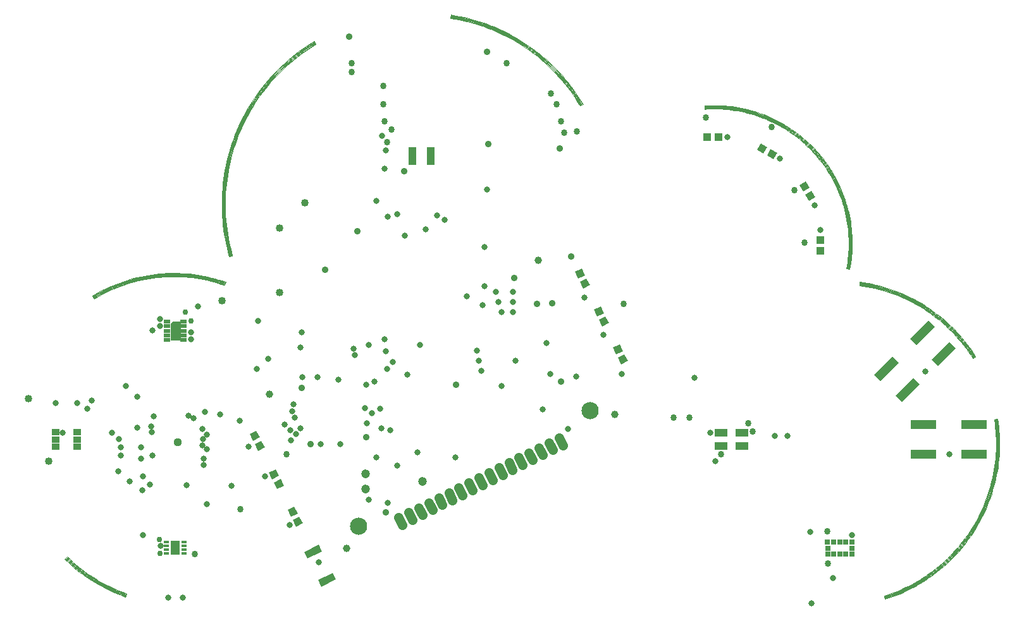
<source format=gts>
G75*
%MOIN*%
%OFA0B0*%
%FSLAX25Y25*%
%IPPOS*%
%LPD*%
%AMOC8*
5,1,8,0,0,1.08239X$1,22.5*
%
%ADD10C,0.00200*%
%ADD11C,0.09068*%
%ADD12C,0.05162*%
%ADD13C,0.03950*%
%ADD14R,0.13398X0.04737*%
%ADD15R,0.04343X0.03556*%
%ADD16R,0.02769X0.02769*%
%ADD17R,0.03083X0.02769*%
%ADD18R,0.03950X0.03950*%
%ADD19R,0.03950X0.03950*%
%ADD20R,0.03950X0.08674*%
%ADD21R,0.03839X0.09646*%
%ADD22R,0.02965X0.01784*%
%ADD23R,0.04737X0.07493*%
%ADD24R,0.03556X0.02375*%
%ADD25C,0.00197*%
%ADD26R,0.06706X0.04343*%
%ADD27C,0.04700*%
%ADD28C,0.04400*%
%ADD29C,0.03200*%
%ADD30C,0.03400*%
%ADD31C,0.03600*%
%ADD32C,0.04000*%
%ADD33C,0.03000*%
%ADD34C,0.03300*%
D10*
X0038942Y0043788D02*
X0040203Y0045073D01*
X0040202Y0045073D02*
X0041696Y0043647D01*
X0043223Y0042258D01*
X0044784Y0040906D01*
X0046376Y0039592D01*
X0048000Y0038317D01*
X0049655Y0037081D01*
X0051339Y0035886D01*
X0053051Y0034732D01*
X0054790Y0033620D01*
X0056556Y0032550D01*
X0058347Y0031522D01*
X0060162Y0030539D01*
X0062001Y0029599D01*
X0063862Y0028705D01*
X0065744Y0027855D01*
X0067646Y0027051D01*
X0069566Y0026293D01*
X0071505Y0025582D01*
X0070908Y0023885D01*
X0070907Y0023884D01*
X0068928Y0024610D01*
X0066966Y0025384D01*
X0065024Y0026205D01*
X0063103Y0027073D01*
X0061202Y0027986D01*
X0059325Y0028946D01*
X0057471Y0029950D01*
X0055642Y0030999D01*
X0053839Y0032092D01*
X0052062Y0033228D01*
X0050314Y0034406D01*
X0048595Y0035627D01*
X0046905Y0036888D01*
X0045247Y0038190D01*
X0043620Y0039532D01*
X0042027Y0040913D01*
X0040467Y0042331D01*
X0038942Y0043787D01*
X0039074Y0043922D01*
X0040596Y0042470D01*
X0042152Y0041054D01*
X0043743Y0039676D01*
X0045365Y0038337D01*
X0047020Y0037038D01*
X0048706Y0035779D01*
X0050422Y0034562D01*
X0052166Y0033386D01*
X0053939Y0032252D01*
X0055738Y0031162D01*
X0057563Y0030115D01*
X0059413Y0029113D01*
X0061286Y0028156D01*
X0063182Y0027244D01*
X0065100Y0026378D01*
X0067038Y0025559D01*
X0068995Y0024787D01*
X0070970Y0024063D01*
X0071033Y0024241D01*
X0069062Y0024964D01*
X0067109Y0025734D01*
X0065175Y0026552D01*
X0063262Y0027415D01*
X0061370Y0028325D01*
X0059501Y0029280D01*
X0057655Y0030280D01*
X0055834Y0031325D01*
X0054038Y0032413D01*
X0052270Y0033544D01*
X0050529Y0034717D01*
X0048817Y0035932D01*
X0047135Y0037188D01*
X0045484Y0038485D01*
X0043865Y0039821D01*
X0042278Y0041195D01*
X0040725Y0042608D01*
X0039207Y0044057D01*
X0039339Y0044192D01*
X0040854Y0042746D01*
X0042404Y0041336D01*
X0043987Y0039965D01*
X0045603Y0038632D01*
X0047250Y0037338D01*
X0048929Y0036085D01*
X0050637Y0034872D01*
X0052374Y0033702D01*
X0054138Y0032573D01*
X0055930Y0031487D01*
X0057747Y0030445D01*
X0059589Y0029447D01*
X0061454Y0028494D01*
X0063342Y0027587D01*
X0065251Y0026725D01*
X0067180Y0025909D01*
X0069129Y0025141D01*
X0071096Y0024419D01*
X0071158Y0024597D01*
X0069196Y0025317D01*
X0067252Y0026084D01*
X0065327Y0026898D01*
X0063422Y0027758D01*
X0061538Y0028664D01*
X0059677Y0029615D01*
X0057839Y0030610D01*
X0056026Y0031650D01*
X0054238Y0032733D01*
X0052477Y0033860D01*
X0050744Y0035028D01*
X0049040Y0036238D01*
X0047365Y0037488D01*
X0045721Y0038779D01*
X0044109Y0040109D01*
X0042529Y0041478D01*
X0040983Y0042884D01*
X0039471Y0044327D01*
X0039604Y0044462D01*
X0041112Y0043022D01*
X0042655Y0041619D01*
X0044231Y0040253D01*
X0045840Y0038926D01*
X0047480Y0037638D01*
X0049151Y0036390D01*
X0050852Y0035183D01*
X0052581Y0034017D01*
X0054338Y0032894D01*
X0056122Y0031813D01*
X0057931Y0030776D01*
X0059765Y0029782D01*
X0061622Y0028833D01*
X0063501Y0027929D01*
X0065402Y0027071D01*
X0067323Y0026259D01*
X0069263Y0025494D01*
X0071221Y0024776D01*
X0071284Y0024954D01*
X0069330Y0025671D01*
X0067394Y0026434D01*
X0065478Y0027245D01*
X0063581Y0028101D01*
X0061706Y0029003D01*
X0059853Y0029949D01*
X0058023Y0030941D01*
X0056218Y0031976D01*
X0054438Y0033054D01*
X0052685Y0034175D01*
X0050959Y0035339D01*
X0049263Y0036543D01*
X0047595Y0037788D01*
X0045958Y0039073D01*
X0044353Y0040397D01*
X0042780Y0041760D01*
X0041241Y0043160D01*
X0039736Y0044597D01*
X0039868Y0044732D01*
X0041370Y0043298D01*
X0042906Y0041901D01*
X0044475Y0040542D01*
X0046077Y0039220D01*
X0047710Y0037938D01*
X0049374Y0036696D01*
X0051067Y0035494D01*
X0052789Y0034333D01*
X0054538Y0033215D01*
X0056314Y0032139D01*
X0058115Y0031106D01*
X0059941Y0030117D01*
X0061789Y0029172D01*
X0063661Y0028272D01*
X0065553Y0027418D01*
X0067466Y0026609D01*
X0069397Y0025847D01*
X0071347Y0025132D01*
X0071409Y0025311D01*
X0069464Y0026024D01*
X0067537Y0026784D01*
X0065629Y0027591D01*
X0063740Y0028443D01*
X0061873Y0029341D01*
X0060028Y0030284D01*
X0058207Y0031271D01*
X0056410Y0032301D01*
X0054638Y0033375D01*
X0052892Y0034491D01*
X0051175Y0035649D01*
X0049485Y0036849D01*
X0047825Y0038088D01*
X0046196Y0039368D01*
X0044597Y0040686D01*
X0043032Y0042043D01*
X0041499Y0043436D01*
X0040000Y0044867D01*
X0040133Y0045002D01*
X0041628Y0043575D01*
X0043157Y0042184D01*
X0044720Y0040830D01*
X0046314Y0039515D01*
X0047940Y0038238D01*
X0049596Y0037001D01*
X0051282Y0035805D01*
X0052996Y0034649D01*
X0054738Y0033536D01*
X0056506Y0032464D01*
X0058299Y0031436D01*
X0060116Y0030451D01*
X0061957Y0029511D01*
X0063820Y0028615D01*
X0065704Y0027764D01*
X0067608Y0026959D01*
X0069531Y0026201D01*
X0071472Y0025489D01*
X0123706Y0189981D02*
X0123105Y0188284D01*
X0123105Y0188285D02*
X0121280Y0188904D01*
X0119440Y0189480D01*
X0117588Y0190012D01*
X0115723Y0190500D01*
X0113847Y0190942D01*
X0111961Y0191340D01*
X0110066Y0191693D01*
X0108163Y0192000D01*
X0106253Y0192261D01*
X0104337Y0192477D01*
X0102417Y0192647D01*
X0100494Y0192771D01*
X0098568Y0192848D01*
X0096640Y0192880D01*
X0094713Y0192866D01*
X0092786Y0192805D01*
X0090862Y0192699D01*
X0088940Y0192547D01*
X0087023Y0192348D01*
X0085111Y0192104D01*
X0083205Y0191814D01*
X0081307Y0191479D01*
X0079417Y0191098D01*
X0077537Y0190673D01*
X0075668Y0190202D01*
X0073810Y0189687D01*
X0071966Y0189128D01*
X0070135Y0188525D01*
X0068319Y0187878D01*
X0066519Y0187188D01*
X0064737Y0186455D01*
X0062972Y0185679D01*
X0061226Y0184862D01*
X0059501Y0184003D01*
X0057796Y0183103D01*
X0056113Y0182163D01*
X0054454Y0181183D01*
X0053518Y0182720D01*
X0055215Y0183723D01*
X0056935Y0184684D01*
X0058678Y0185604D01*
X0060442Y0186482D01*
X0062227Y0187318D01*
X0064031Y0188111D01*
X0065854Y0188860D01*
X0067694Y0189566D01*
X0069550Y0190227D01*
X0071422Y0190844D01*
X0073308Y0191416D01*
X0075207Y0191942D01*
X0077118Y0192423D01*
X0079040Y0192859D01*
X0080972Y0193248D01*
X0082913Y0193590D01*
X0084861Y0193887D01*
X0086816Y0194136D01*
X0088776Y0194339D01*
X0090741Y0194495D01*
X0092709Y0194604D01*
X0094678Y0194666D01*
X0096649Y0194680D01*
X0098620Y0194648D01*
X0100589Y0194568D01*
X0102555Y0194441D01*
X0104518Y0194268D01*
X0106477Y0194047D01*
X0108429Y0193780D01*
X0110375Y0193466D01*
X0112312Y0193105D01*
X0114241Y0192699D01*
X0116159Y0192246D01*
X0118065Y0191748D01*
X0119960Y0191204D01*
X0121840Y0190615D01*
X0123706Y0189981D01*
X0123643Y0189803D01*
X0121781Y0190435D01*
X0119905Y0191023D01*
X0118015Y0191566D01*
X0116113Y0192063D01*
X0114199Y0192514D01*
X0112275Y0192920D01*
X0110342Y0193280D01*
X0108401Y0193593D01*
X0106453Y0193860D01*
X0104499Y0194080D01*
X0102541Y0194253D01*
X0100579Y0194379D01*
X0098614Y0194459D01*
X0096648Y0194491D01*
X0094682Y0194477D01*
X0092717Y0194415D01*
X0090754Y0194306D01*
X0088794Y0194151D01*
X0086838Y0193949D01*
X0084887Y0193700D01*
X0082944Y0193404D01*
X0081007Y0193062D01*
X0079080Y0192674D01*
X0077162Y0192240D01*
X0075255Y0191760D01*
X0073361Y0191234D01*
X0071479Y0190664D01*
X0069612Y0190048D01*
X0067759Y0189388D01*
X0065924Y0188685D01*
X0064105Y0187937D01*
X0062305Y0187146D01*
X0060524Y0186312D01*
X0058764Y0185436D01*
X0057025Y0184518D01*
X0055309Y0183559D01*
X0053616Y0182559D01*
X0053714Y0182397D01*
X0055403Y0183395D01*
X0057116Y0184352D01*
X0058850Y0185268D01*
X0060607Y0186142D01*
X0062383Y0186974D01*
X0064179Y0187763D01*
X0065994Y0188509D01*
X0067825Y0189211D01*
X0069673Y0189870D01*
X0071536Y0190484D01*
X0073413Y0191053D01*
X0075304Y0191577D01*
X0077206Y0192056D01*
X0079119Y0192489D01*
X0081042Y0192876D01*
X0082974Y0193217D01*
X0084914Y0193512D01*
X0086859Y0193761D01*
X0088811Y0193963D01*
X0090766Y0194118D01*
X0092725Y0194226D01*
X0094686Y0194288D01*
X0096647Y0194302D01*
X0098609Y0194270D01*
X0100569Y0194191D01*
X0102526Y0194064D01*
X0104480Y0193892D01*
X0106430Y0193672D01*
X0108373Y0193406D01*
X0110310Y0193093D01*
X0112238Y0192735D01*
X0114158Y0192330D01*
X0116067Y0191879D01*
X0117965Y0191383D01*
X0119851Y0190842D01*
X0121723Y0190256D01*
X0123580Y0189625D01*
X0123517Y0189447D01*
X0121664Y0190076D01*
X0119796Y0190661D01*
X0117915Y0191201D01*
X0116021Y0191696D01*
X0114117Y0192145D01*
X0112202Y0192549D01*
X0110277Y0192907D01*
X0108345Y0193219D01*
X0106406Y0193484D01*
X0104461Y0193704D01*
X0102512Y0193876D01*
X0100559Y0194002D01*
X0098603Y0194081D01*
X0096646Y0194113D01*
X0094689Y0194099D01*
X0092733Y0194037D01*
X0090779Y0193929D01*
X0088828Y0193774D01*
X0086881Y0193573D01*
X0084940Y0193325D01*
X0083005Y0193031D01*
X0081078Y0192691D01*
X0079159Y0192304D01*
X0077250Y0191872D01*
X0075352Y0191394D01*
X0073466Y0190871D01*
X0071593Y0190303D01*
X0069734Y0189691D01*
X0067891Y0189034D01*
X0066063Y0188333D01*
X0064253Y0187589D01*
X0062461Y0186802D01*
X0060689Y0185972D01*
X0058937Y0185100D01*
X0057206Y0184186D01*
X0055498Y0183231D01*
X0053813Y0182236D01*
X0053911Y0182075D01*
X0055592Y0183068D01*
X0057297Y0184020D01*
X0059023Y0184932D01*
X0060771Y0185802D01*
X0062540Y0186630D01*
X0064327Y0187415D01*
X0066133Y0188158D01*
X0067957Y0188857D01*
X0069796Y0189512D01*
X0071650Y0190123D01*
X0073519Y0190690D01*
X0075401Y0191212D01*
X0077294Y0191688D01*
X0079199Y0192119D01*
X0081113Y0192505D01*
X0083036Y0192844D01*
X0084966Y0193138D01*
X0086903Y0193385D01*
X0088845Y0193586D01*
X0090792Y0193741D01*
X0092741Y0193848D01*
X0094693Y0193910D01*
X0096645Y0193924D01*
X0098598Y0193892D01*
X0100549Y0193813D01*
X0102497Y0193688D01*
X0104442Y0193515D01*
X0106383Y0193297D01*
X0108317Y0193032D01*
X0110245Y0192721D01*
X0112165Y0192364D01*
X0114075Y0191961D01*
X0115976Y0191513D01*
X0117865Y0191019D01*
X0119742Y0190480D01*
X0121605Y0189897D01*
X0123454Y0189269D01*
X0123391Y0189091D01*
X0121546Y0189717D01*
X0119687Y0190299D01*
X0117815Y0190837D01*
X0115930Y0191329D01*
X0114034Y0191777D01*
X0112128Y0192179D01*
X0110212Y0192535D01*
X0108289Y0192845D01*
X0106359Y0193109D01*
X0104423Y0193327D01*
X0102483Y0193499D01*
X0100539Y0193624D01*
X0098592Y0193703D01*
X0096645Y0193735D01*
X0094696Y0193721D01*
X0092749Y0193660D01*
X0090804Y0193552D01*
X0088862Y0193398D01*
X0086925Y0193198D01*
X0084992Y0192951D01*
X0083066Y0192658D01*
X0081148Y0192319D01*
X0079238Y0191935D01*
X0077338Y0191504D01*
X0075449Y0191029D01*
X0073572Y0190508D01*
X0071707Y0189943D01*
X0069857Y0189333D01*
X0068022Y0188680D01*
X0066203Y0187982D01*
X0064401Y0187241D01*
X0062618Y0186458D01*
X0060854Y0185632D01*
X0059110Y0184764D01*
X0057387Y0183854D01*
X0055686Y0182904D01*
X0054009Y0181913D01*
X0054107Y0181752D01*
X0055781Y0182740D01*
X0057477Y0183688D01*
X0059196Y0184596D01*
X0060936Y0185462D01*
X0062696Y0186286D01*
X0064476Y0187068D01*
X0066273Y0187807D01*
X0068088Y0188502D01*
X0069919Y0189155D01*
X0071765Y0189763D01*
X0073625Y0190327D01*
X0075497Y0190846D01*
X0077382Y0191321D01*
X0079278Y0191750D01*
X0081183Y0192133D01*
X0083097Y0192471D01*
X0085018Y0192764D01*
X0086946Y0193010D01*
X0088879Y0193210D01*
X0090817Y0193364D01*
X0092758Y0193471D01*
X0094700Y0193532D01*
X0096644Y0193546D01*
X0098587Y0193514D01*
X0100529Y0193436D01*
X0102468Y0193311D01*
X0104404Y0193139D01*
X0106336Y0192922D01*
X0108261Y0192658D01*
X0110180Y0192349D01*
X0112091Y0191993D01*
X0113992Y0191592D01*
X0115884Y0191146D01*
X0117764Y0190654D01*
X0119633Y0190118D01*
X0121487Y0189537D01*
X0123328Y0188912D01*
X0123264Y0188734D01*
X0121428Y0189358D01*
X0119578Y0189937D01*
X0117714Y0190472D01*
X0115838Y0190963D01*
X0113951Y0191408D01*
X0112054Y0191808D01*
X0110147Y0192162D01*
X0108233Y0192471D01*
X0106312Y0192734D01*
X0104385Y0192951D01*
X0102454Y0193122D01*
X0100519Y0193247D01*
X0098581Y0193325D01*
X0096643Y0193357D01*
X0094704Y0193343D01*
X0092766Y0193282D01*
X0090830Y0193175D01*
X0088897Y0193022D01*
X0086968Y0192822D01*
X0085045Y0192576D01*
X0083128Y0192285D01*
X0081218Y0191948D01*
X0079317Y0191565D01*
X0077426Y0191137D01*
X0075546Y0190663D01*
X0073677Y0190145D01*
X0071822Y0189583D01*
X0069980Y0188976D01*
X0068154Y0188325D01*
X0066343Y0187631D01*
X0064550Y0186894D01*
X0062774Y0186114D01*
X0061018Y0185291D01*
X0059282Y0184428D01*
X0057568Y0183522D01*
X0055875Y0182576D01*
X0054206Y0181590D01*
X0054304Y0181429D01*
X0055970Y0182413D01*
X0057658Y0183356D01*
X0059369Y0184259D01*
X0061101Y0185121D01*
X0062853Y0185942D01*
X0064624Y0186720D01*
X0066413Y0187455D01*
X0068219Y0188148D01*
X0070042Y0188797D01*
X0071879Y0189403D01*
X0073730Y0189964D01*
X0075594Y0190481D01*
X0077470Y0190953D01*
X0079357Y0191380D01*
X0081253Y0191762D01*
X0083158Y0192098D01*
X0085071Y0192389D01*
X0086990Y0192634D01*
X0088914Y0192833D01*
X0090842Y0192986D01*
X0092774Y0193093D01*
X0094707Y0193154D01*
X0096642Y0193168D01*
X0098576Y0193136D01*
X0100509Y0193058D01*
X0102439Y0192934D01*
X0104366Y0192763D01*
X0106289Y0192547D01*
X0108205Y0192284D01*
X0110115Y0191976D01*
X0112017Y0191623D01*
X0113910Y0191223D01*
X0115793Y0190779D01*
X0117664Y0190290D01*
X0119524Y0189756D01*
X0121370Y0189178D01*
X0123201Y0188556D01*
X0123138Y0188378D01*
X0121311Y0188999D01*
X0119469Y0189575D01*
X0117614Y0190108D01*
X0115747Y0190596D01*
X0113868Y0191039D01*
X0111980Y0191437D01*
X0110083Y0191790D01*
X0108177Y0192098D01*
X0106265Y0192359D01*
X0104347Y0192575D01*
X0102425Y0192745D01*
X0100499Y0192869D01*
X0098571Y0192947D01*
X0096641Y0192979D01*
X0094711Y0192965D01*
X0092782Y0192904D01*
X0090855Y0192798D01*
X0088931Y0192645D01*
X0087011Y0192447D01*
X0085097Y0192202D01*
X0083189Y0191912D01*
X0081288Y0191576D01*
X0079396Y0191195D01*
X0077514Y0190769D01*
X0075643Y0190298D01*
X0073783Y0189782D01*
X0071936Y0189222D01*
X0070103Y0188618D01*
X0068285Y0187971D01*
X0066483Y0187280D01*
X0064698Y0186546D01*
X0062931Y0185770D01*
X0061183Y0184951D01*
X0059455Y0184091D01*
X0057749Y0183190D01*
X0056064Y0182249D01*
X0054402Y0181267D01*
X0170353Y0317020D02*
X0171277Y0315476D01*
X0169243Y0314223D01*
X0167241Y0312920D01*
X0165270Y0311569D01*
X0163333Y0310171D01*
X0161431Y0308726D01*
X0159564Y0307235D01*
X0157734Y0305700D01*
X0155941Y0304120D01*
X0154188Y0302497D01*
X0152474Y0300833D01*
X0150802Y0299127D01*
X0149171Y0297381D01*
X0147583Y0295596D01*
X0146039Y0293773D01*
X0144540Y0291913D01*
X0143086Y0290017D01*
X0141679Y0288087D01*
X0140319Y0286123D01*
X0139007Y0284126D01*
X0137744Y0282099D01*
X0136530Y0280041D01*
X0135367Y0277954D01*
X0134255Y0275840D01*
X0133195Y0273699D01*
X0132186Y0271533D01*
X0131231Y0269343D01*
X0130329Y0267131D01*
X0129481Y0264898D01*
X0128688Y0262644D01*
X0127949Y0260373D01*
X0127266Y0258083D01*
X0126639Y0255778D01*
X0126067Y0253458D01*
X0125552Y0251126D01*
X0125094Y0248781D01*
X0124693Y0246426D01*
X0124350Y0244062D01*
X0124064Y0241690D01*
X0123835Y0239312D01*
X0123664Y0236929D01*
X0123552Y0234543D01*
X0123497Y0232154D01*
X0123500Y0229765D01*
X0123561Y0227377D01*
X0123680Y0224991D01*
X0123857Y0222609D01*
X0124092Y0220231D01*
X0124384Y0217860D01*
X0124734Y0215497D01*
X0125141Y0213143D01*
X0125605Y0210799D01*
X0126126Y0208468D01*
X0126704Y0206150D01*
X0127337Y0203846D01*
X0125609Y0203347D01*
X0125608Y0203346D01*
X0124963Y0205692D01*
X0124375Y0208052D01*
X0123844Y0210427D01*
X0123372Y0212813D01*
X0122957Y0215210D01*
X0122601Y0217617D01*
X0122303Y0220031D01*
X0122064Y0222452D01*
X0121884Y0224878D01*
X0121762Y0227308D01*
X0121700Y0229740D01*
X0121697Y0232173D01*
X0121753Y0234605D01*
X0121868Y0237035D01*
X0122041Y0239461D01*
X0122274Y0241883D01*
X0122565Y0244298D01*
X0122915Y0246706D01*
X0123324Y0249104D01*
X0123790Y0251492D01*
X0124314Y0253867D01*
X0124896Y0256229D01*
X0125535Y0258577D01*
X0126231Y0260908D01*
X0126983Y0263222D01*
X0127791Y0265516D01*
X0128654Y0267791D01*
X0129573Y0270043D01*
X0130545Y0272273D01*
X0131572Y0274479D01*
X0132652Y0276658D01*
X0133785Y0278812D01*
X0134969Y0280936D01*
X0136205Y0283032D01*
X0137491Y0285097D01*
X0138827Y0287130D01*
X0140212Y0289130D01*
X0141645Y0291096D01*
X0143126Y0293026D01*
X0144652Y0294920D01*
X0146225Y0296777D01*
X0147842Y0298594D01*
X0149502Y0300372D01*
X0151205Y0302109D01*
X0152950Y0303804D01*
X0154736Y0305457D01*
X0156561Y0307065D01*
X0158425Y0308629D01*
X0160326Y0310147D01*
X0162263Y0311618D01*
X0164236Y0313042D01*
X0166242Y0314418D01*
X0168281Y0315744D01*
X0170352Y0317021D01*
X0170449Y0316859D01*
X0168382Y0315585D01*
X0166347Y0314261D01*
X0164344Y0312888D01*
X0162376Y0311466D01*
X0160442Y0309998D01*
X0158544Y0308483D01*
X0156684Y0306922D01*
X0154863Y0305316D01*
X0153080Y0303667D01*
X0151339Y0301975D01*
X0149639Y0300242D01*
X0147981Y0298467D01*
X0146367Y0296653D01*
X0144798Y0294800D01*
X0143274Y0292910D01*
X0141796Y0290983D01*
X0140366Y0289021D01*
X0138984Y0287024D01*
X0137650Y0284995D01*
X0136366Y0282934D01*
X0135133Y0280842D01*
X0133951Y0278721D01*
X0132820Y0276573D01*
X0131743Y0274397D01*
X0130718Y0272195D01*
X0129747Y0269970D01*
X0128830Y0267721D01*
X0127968Y0265451D01*
X0127162Y0263161D01*
X0126411Y0260852D01*
X0125717Y0258525D01*
X0125079Y0256182D01*
X0124498Y0253824D01*
X0123975Y0251453D01*
X0123510Y0249070D01*
X0123102Y0246676D01*
X0122753Y0244273D01*
X0122462Y0241863D01*
X0122230Y0239446D01*
X0122056Y0237024D01*
X0121942Y0234598D01*
X0121886Y0232171D01*
X0121889Y0229743D01*
X0121951Y0227315D01*
X0122072Y0224890D01*
X0122252Y0222469D01*
X0122491Y0220052D01*
X0122788Y0217642D01*
X0123144Y0215240D01*
X0123558Y0212848D01*
X0124029Y0210466D01*
X0124559Y0208096D01*
X0125146Y0205740D01*
X0125790Y0203399D01*
X0125971Y0203451D01*
X0125328Y0205788D01*
X0124743Y0208140D01*
X0124214Y0210505D01*
X0123743Y0212882D01*
X0123330Y0215270D01*
X0122975Y0217668D01*
X0122679Y0220073D01*
X0122440Y0222485D01*
X0122261Y0224902D01*
X0122140Y0227322D01*
X0122078Y0229745D01*
X0122075Y0232169D01*
X0122130Y0234592D01*
X0122245Y0237013D01*
X0122418Y0239430D01*
X0122650Y0241842D01*
X0122940Y0244249D01*
X0123289Y0246647D01*
X0123696Y0249036D01*
X0124160Y0251415D01*
X0124682Y0253781D01*
X0125262Y0256135D01*
X0125898Y0258473D01*
X0126591Y0260796D01*
X0127341Y0263100D01*
X0128146Y0265386D01*
X0129006Y0267652D01*
X0129921Y0269896D01*
X0130890Y0272118D01*
X0131913Y0274315D01*
X0132989Y0276487D01*
X0134117Y0278631D01*
X0135297Y0280748D01*
X0136528Y0282836D01*
X0137809Y0284893D01*
X0139140Y0286919D01*
X0140520Y0288911D01*
X0141948Y0290870D01*
X0143423Y0292793D01*
X0144944Y0294680D01*
X0146510Y0296529D01*
X0148121Y0298340D01*
X0149775Y0300111D01*
X0151472Y0301841D01*
X0153210Y0303530D01*
X0154989Y0305176D01*
X0156807Y0306778D01*
X0158664Y0308336D01*
X0160558Y0309849D01*
X0162488Y0311314D01*
X0164453Y0312733D01*
X0166452Y0314103D01*
X0168483Y0315425D01*
X0170547Y0316697D01*
X0170644Y0316534D01*
X0168584Y0315265D01*
X0166557Y0313946D01*
X0164562Y0312578D01*
X0162600Y0311162D01*
X0160674Y0309699D01*
X0158784Y0308190D01*
X0156930Y0306635D01*
X0155116Y0305036D01*
X0153340Y0303393D01*
X0151605Y0301707D01*
X0149912Y0299980D01*
X0148260Y0298212D01*
X0146653Y0296405D01*
X0145089Y0294559D01*
X0143571Y0292676D01*
X0142099Y0290756D01*
X0140674Y0288802D01*
X0139297Y0286813D01*
X0137969Y0284791D01*
X0136690Y0282738D01*
X0135461Y0280654D01*
X0134283Y0278541D01*
X0133157Y0276401D01*
X0132083Y0274233D01*
X0131062Y0272040D01*
X0130095Y0269823D01*
X0129182Y0267583D01*
X0128323Y0265321D01*
X0127520Y0263040D01*
X0126772Y0260739D01*
X0126080Y0258421D01*
X0125445Y0256087D01*
X0124866Y0253738D01*
X0124345Y0251376D01*
X0123881Y0249002D01*
X0123475Y0246618D01*
X0123128Y0244224D01*
X0122838Y0241822D01*
X0122606Y0239414D01*
X0122434Y0237001D01*
X0122319Y0234585D01*
X0122264Y0232167D01*
X0122267Y0229748D01*
X0122329Y0227330D01*
X0122450Y0224914D01*
X0122629Y0222501D01*
X0122866Y0220094D01*
X0123163Y0217693D01*
X0123517Y0215300D01*
X0123929Y0212917D01*
X0124399Y0210544D01*
X0124927Y0208183D01*
X0125511Y0205836D01*
X0126153Y0203504D01*
X0126334Y0203556D01*
X0125694Y0205884D01*
X0125111Y0208227D01*
X0124584Y0210583D01*
X0124115Y0212952D01*
X0123703Y0215331D01*
X0123350Y0217719D01*
X0123054Y0220115D01*
X0122817Y0222518D01*
X0122638Y0224926D01*
X0122518Y0227337D01*
X0122456Y0229751D01*
X0122453Y0232165D01*
X0122508Y0234579D01*
X0122622Y0236990D01*
X0122795Y0239399D01*
X0123026Y0241802D01*
X0123315Y0244199D01*
X0123662Y0246588D01*
X0124067Y0248968D01*
X0124530Y0251338D01*
X0125051Y0253696D01*
X0125628Y0256040D01*
X0126262Y0258370D01*
X0126952Y0260683D01*
X0127699Y0262979D01*
X0128501Y0265256D01*
X0129358Y0267514D01*
X0130269Y0269749D01*
X0131235Y0271962D01*
X0132254Y0274151D01*
X0133325Y0276315D01*
X0134449Y0278451D01*
X0135625Y0280560D01*
X0136851Y0282640D01*
X0138128Y0284689D01*
X0139454Y0286707D01*
X0140828Y0288692D01*
X0142250Y0290643D01*
X0143720Y0292559D01*
X0145235Y0294439D01*
X0146795Y0296281D01*
X0148400Y0298085D01*
X0150048Y0299849D01*
X0151738Y0301573D01*
X0153470Y0303256D01*
X0155242Y0304895D01*
X0157054Y0306492D01*
X0158903Y0308044D01*
X0160790Y0309550D01*
X0162713Y0311010D01*
X0164670Y0312424D01*
X0166661Y0313789D01*
X0168685Y0315105D01*
X0170741Y0316372D01*
X0170838Y0316210D01*
X0168786Y0314945D01*
X0166766Y0313632D01*
X0164779Y0312269D01*
X0162825Y0310858D01*
X0160906Y0309401D01*
X0159023Y0307897D01*
X0157177Y0306348D01*
X0155369Y0304755D01*
X0153600Y0303118D01*
X0151872Y0301439D01*
X0150185Y0299719D01*
X0148540Y0297957D01*
X0146938Y0296157D01*
X0145380Y0294318D01*
X0143868Y0292442D01*
X0142402Y0290530D01*
X0140982Y0288582D01*
X0139610Y0286601D01*
X0138287Y0284587D01*
X0137013Y0282542D01*
X0135789Y0280466D01*
X0134616Y0278361D01*
X0133494Y0276229D01*
X0132424Y0274069D01*
X0131407Y0271885D01*
X0130443Y0269676D01*
X0129534Y0267444D01*
X0128678Y0265192D01*
X0127878Y0262919D01*
X0127133Y0260627D01*
X0126444Y0258318D01*
X0125811Y0255993D01*
X0125235Y0253653D01*
X0124715Y0251299D01*
X0124253Y0248934D01*
X0123849Y0246559D01*
X0123502Y0244174D01*
X0123214Y0241782D01*
X0122983Y0239383D01*
X0122811Y0236979D01*
X0122697Y0234572D01*
X0122642Y0232163D01*
X0122645Y0229753D01*
X0122707Y0227344D01*
X0122827Y0224937D01*
X0123005Y0222534D01*
X0123242Y0220136D01*
X0123537Y0217744D01*
X0123890Y0215361D01*
X0124301Y0212986D01*
X0124769Y0210622D01*
X0125294Y0208270D01*
X0125877Y0205932D01*
X0126516Y0203609D01*
X0126697Y0203661D01*
X0126060Y0205980D01*
X0125478Y0208314D01*
X0124954Y0210661D01*
X0124487Y0213021D01*
X0124077Y0215391D01*
X0123724Y0217770D01*
X0123430Y0220157D01*
X0123194Y0222551D01*
X0123015Y0224949D01*
X0122896Y0227351D01*
X0122834Y0229756D01*
X0122831Y0232161D01*
X0122886Y0234566D01*
X0123000Y0236968D01*
X0123171Y0239367D01*
X0123402Y0241761D01*
X0123690Y0244149D01*
X0124036Y0246529D01*
X0124439Y0248900D01*
X0124900Y0251261D01*
X0125419Y0253610D01*
X0125994Y0255945D01*
X0126625Y0258266D01*
X0127313Y0260571D01*
X0128057Y0262858D01*
X0128856Y0265127D01*
X0129709Y0267375D01*
X0130617Y0269602D01*
X0131579Y0271807D01*
X0132594Y0273987D01*
X0133662Y0276143D01*
X0134782Y0278271D01*
X0135953Y0280372D01*
X0137174Y0282444D01*
X0138446Y0284485D01*
X0139767Y0286496D01*
X0141136Y0288473D01*
X0142553Y0290417D01*
X0144017Y0292325D01*
X0145526Y0294198D01*
X0147081Y0296033D01*
X0148679Y0297830D01*
X0150321Y0299588D01*
X0152005Y0301305D01*
X0153730Y0302981D01*
X0155495Y0304615D01*
X0157300Y0306205D01*
X0159142Y0307751D01*
X0161022Y0309252D01*
X0162937Y0310706D01*
X0164887Y0312114D01*
X0166871Y0313474D01*
X0168887Y0314786D01*
X0170935Y0316048D01*
X0171032Y0315886D01*
X0168988Y0314626D01*
X0166976Y0313317D01*
X0164996Y0311960D01*
X0163050Y0310554D01*
X0161138Y0309102D01*
X0159262Y0307605D01*
X0157423Y0306062D01*
X0155622Y0304474D01*
X0153860Y0302844D01*
X0152138Y0301171D01*
X0150457Y0299457D01*
X0148819Y0297703D01*
X0147223Y0295909D01*
X0145672Y0294077D01*
X0144165Y0292208D01*
X0142704Y0290303D01*
X0141290Y0288363D01*
X0139924Y0286390D01*
X0138605Y0284384D01*
X0137336Y0282346D01*
X0136117Y0280278D01*
X0134948Y0278181D01*
X0133830Y0276057D01*
X0132765Y0273906D01*
X0131752Y0271729D01*
X0130792Y0269529D01*
X0129885Y0267306D01*
X0129033Y0265062D01*
X0128236Y0262797D01*
X0127494Y0260514D01*
X0126807Y0258214D01*
X0126177Y0255898D01*
X0125603Y0253567D01*
X0125085Y0251223D01*
X0124625Y0248867D01*
X0124222Y0246500D01*
X0123877Y0244124D01*
X0123589Y0241741D01*
X0123360Y0239351D01*
X0123188Y0236957D01*
X0123075Y0234559D01*
X0123020Y0232159D01*
X0123023Y0229759D01*
X0123084Y0227359D01*
X0123204Y0224961D01*
X0123382Y0222567D01*
X0123618Y0220178D01*
X0123912Y0217796D01*
X0124263Y0215421D01*
X0124672Y0213055D01*
X0125139Y0210701D01*
X0125662Y0208358D01*
X0126242Y0206028D01*
X0126879Y0203714D01*
X0127061Y0203766D01*
X0126425Y0206076D01*
X0125846Y0208401D01*
X0125324Y0210740D01*
X0124858Y0213090D01*
X0124450Y0215451D01*
X0124099Y0217821D01*
X0123806Y0220199D01*
X0123570Y0222584D01*
X0123393Y0224973D01*
X0123273Y0227366D01*
X0123212Y0229761D01*
X0123209Y0232157D01*
X0123264Y0234553D01*
X0123377Y0236946D01*
X0123548Y0239336D01*
X0123777Y0241721D01*
X0124064Y0244100D01*
X0124409Y0246471D01*
X0124811Y0248833D01*
X0125270Y0251184D01*
X0125787Y0253524D01*
X0126360Y0255850D01*
X0126989Y0258162D01*
X0127674Y0260458D01*
X0128415Y0262737D01*
X0129211Y0264997D01*
X0130061Y0267237D01*
X0130966Y0269455D01*
X0131924Y0271652D01*
X0132935Y0273824D01*
X0133999Y0275971D01*
X0135114Y0278091D01*
X0136281Y0280184D01*
X0137498Y0282248D01*
X0138764Y0284282D01*
X0140080Y0286284D01*
X0141444Y0288254D01*
X0142856Y0290190D01*
X0144314Y0292091D01*
X0145817Y0293957D01*
X0147366Y0295785D01*
X0148958Y0297575D01*
X0150594Y0299326D01*
X0152271Y0301037D01*
X0153990Y0302707D01*
X0155749Y0304334D01*
X0157546Y0305918D01*
X0159382Y0307458D01*
X0161254Y0308953D01*
X0163162Y0310402D01*
X0165105Y0311805D01*
X0167081Y0313160D01*
X0169089Y0314466D01*
X0171129Y0315724D01*
X0171226Y0315561D01*
X0169190Y0314306D01*
X0167186Y0313002D01*
X0165213Y0311650D01*
X0163274Y0310250D01*
X0161370Y0308804D01*
X0159501Y0307312D01*
X0157669Y0305775D01*
X0155875Y0304194D01*
X0154120Y0302569D01*
X0152405Y0300903D01*
X0150730Y0299195D01*
X0149098Y0297448D01*
X0147509Y0295661D01*
X0145963Y0293836D01*
X0144462Y0291974D01*
X0143007Y0290077D01*
X0141598Y0288144D01*
X0140237Y0286178D01*
X0138924Y0284180D01*
X0137659Y0282150D01*
X0136445Y0280090D01*
X0135280Y0278001D01*
X0134167Y0275885D01*
X0133105Y0273742D01*
X0132096Y0271574D01*
X0131140Y0269382D01*
X0130237Y0267168D01*
X0129388Y0264932D01*
X0128594Y0262676D01*
X0127855Y0260402D01*
X0127171Y0258110D01*
X0126543Y0255803D01*
X0125971Y0253481D01*
X0125456Y0251146D01*
X0124997Y0248799D01*
X0124596Y0246441D01*
X0124252Y0244075D01*
X0123965Y0241700D01*
X0123736Y0239320D01*
X0123566Y0236935D01*
X0123453Y0234546D01*
X0123398Y0232155D01*
X0123401Y0229764D01*
X0123462Y0227373D01*
X0123581Y0224985D01*
X0123758Y0222600D01*
X0123993Y0220220D01*
X0124286Y0217847D01*
X0124636Y0215481D01*
X0125044Y0213125D01*
X0125509Y0210779D01*
X0126030Y0208445D01*
X0126608Y0206124D01*
X0127242Y0203819D01*
X0312024Y0283841D02*
X0310472Y0282929D01*
X0310473Y0282930D02*
X0309281Y0284899D01*
X0308043Y0286840D01*
X0306758Y0288750D01*
X0305429Y0290629D01*
X0304054Y0292476D01*
X0302636Y0294289D01*
X0301175Y0296068D01*
X0299672Y0297811D01*
X0298127Y0299518D01*
X0296542Y0301188D01*
X0294918Y0302819D01*
X0293255Y0304410D01*
X0291554Y0305962D01*
X0289817Y0307472D01*
X0288044Y0308941D01*
X0286236Y0310366D01*
X0284395Y0311748D01*
X0282521Y0313085D01*
X0280616Y0314377D01*
X0278681Y0315624D01*
X0276716Y0316823D01*
X0274723Y0317975D01*
X0272703Y0319079D01*
X0270658Y0320135D01*
X0268587Y0321141D01*
X0266493Y0322098D01*
X0264377Y0323004D01*
X0262240Y0323859D01*
X0260083Y0324663D01*
X0257907Y0325415D01*
X0255714Y0326115D01*
X0253505Y0326762D01*
X0251281Y0327356D01*
X0249043Y0327896D01*
X0246793Y0328383D01*
X0244533Y0328816D01*
X0242262Y0329195D01*
X0242534Y0330973D01*
X0242535Y0330974D01*
X0244848Y0330588D01*
X0247151Y0330147D01*
X0249444Y0329651D01*
X0251723Y0329100D01*
X0253989Y0328495D01*
X0256239Y0327836D01*
X0258474Y0327123D01*
X0260690Y0326357D01*
X0262888Y0325538D01*
X0265065Y0324667D01*
X0267221Y0323744D01*
X0269354Y0322770D01*
X0271463Y0321745D01*
X0273547Y0320669D01*
X0275605Y0319544D01*
X0277635Y0318371D01*
X0279637Y0317149D01*
X0281609Y0315879D01*
X0283550Y0314563D01*
X0285458Y0313200D01*
X0287334Y0311792D01*
X0289175Y0310340D01*
X0290982Y0308844D01*
X0292751Y0307306D01*
X0294484Y0305725D01*
X0296178Y0304104D01*
X0297833Y0302442D01*
X0299448Y0300741D01*
X0301021Y0299002D01*
X0302553Y0297226D01*
X0304041Y0295414D01*
X0305486Y0293567D01*
X0306886Y0291685D01*
X0308241Y0289771D01*
X0309549Y0287825D01*
X0310811Y0285848D01*
X0312025Y0283842D01*
X0311862Y0283746D01*
X0310650Y0285749D01*
X0309391Y0287722D01*
X0308085Y0289664D01*
X0306733Y0291575D01*
X0305336Y0293452D01*
X0303894Y0295296D01*
X0302408Y0297105D01*
X0300880Y0298877D01*
X0299309Y0300613D01*
X0297697Y0302310D01*
X0296046Y0303969D01*
X0294355Y0305587D01*
X0292626Y0307165D01*
X0290859Y0308700D01*
X0289057Y0310193D01*
X0287219Y0311643D01*
X0285347Y0313048D01*
X0283442Y0314408D01*
X0281505Y0315721D01*
X0279537Y0316988D01*
X0277539Y0318208D01*
X0275513Y0319380D01*
X0273459Y0320502D01*
X0271379Y0321576D01*
X0269274Y0322599D01*
X0267145Y0323571D01*
X0264993Y0324493D01*
X0262820Y0325362D01*
X0260626Y0326179D01*
X0258414Y0326944D01*
X0256184Y0327655D01*
X0253938Y0328313D01*
X0251677Y0328917D01*
X0249402Y0329467D01*
X0247114Y0329962D01*
X0244815Y0330402D01*
X0242506Y0330787D01*
X0242478Y0330600D01*
X0244782Y0330216D01*
X0247076Y0329777D01*
X0249359Y0329283D01*
X0251630Y0328734D01*
X0253887Y0328131D01*
X0256129Y0327475D01*
X0258355Y0326765D01*
X0260563Y0326001D01*
X0262752Y0325186D01*
X0264921Y0324318D01*
X0267068Y0323398D01*
X0269193Y0322428D01*
X0271294Y0321407D01*
X0273370Y0320335D01*
X0275420Y0319215D01*
X0277442Y0318046D01*
X0279436Y0316828D01*
X0281400Y0315564D01*
X0283334Y0314252D01*
X0285235Y0312895D01*
X0287103Y0311493D01*
X0288938Y0310046D01*
X0290737Y0308556D01*
X0292500Y0307024D01*
X0294226Y0305449D01*
X0295913Y0303834D01*
X0297562Y0302179D01*
X0299170Y0300484D01*
X0300738Y0298752D01*
X0302263Y0296983D01*
X0303746Y0295178D01*
X0305185Y0293338D01*
X0306580Y0291464D01*
X0307929Y0289557D01*
X0309233Y0287618D01*
X0310490Y0285649D01*
X0311699Y0283650D01*
X0311536Y0283554D01*
X0310329Y0285549D01*
X0309075Y0287515D01*
X0307774Y0289450D01*
X0306427Y0291353D01*
X0305035Y0293223D01*
X0303599Y0295060D01*
X0302119Y0296861D01*
X0300596Y0298627D01*
X0299032Y0300356D01*
X0297426Y0302047D01*
X0295781Y0303699D01*
X0294097Y0305311D01*
X0292374Y0306882D01*
X0290615Y0308412D01*
X0288819Y0309899D01*
X0286988Y0311343D01*
X0285123Y0312743D01*
X0283226Y0314097D01*
X0281296Y0315406D01*
X0279336Y0316668D01*
X0277346Y0317883D01*
X0275327Y0319050D01*
X0273282Y0320169D01*
X0271210Y0321238D01*
X0269113Y0322257D01*
X0266992Y0323226D01*
X0264848Y0324143D01*
X0262684Y0325009D01*
X0260499Y0325824D01*
X0258295Y0326585D01*
X0256074Y0327294D01*
X0253836Y0327949D01*
X0251584Y0328551D01*
X0249317Y0329098D01*
X0247039Y0329591D01*
X0244749Y0330030D01*
X0242449Y0330413D01*
X0242420Y0330227D01*
X0244716Y0329844D01*
X0247001Y0329406D01*
X0249275Y0328914D01*
X0251537Y0328368D01*
X0253786Y0327767D01*
X0256019Y0327113D01*
X0258236Y0326406D01*
X0260435Y0325646D01*
X0262616Y0324833D01*
X0264776Y0323969D01*
X0266915Y0323053D01*
X0269032Y0322086D01*
X0271125Y0321069D01*
X0273193Y0320002D01*
X0275235Y0318885D01*
X0277249Y0317721D01*
X0279235Y0316508D01*
X0281192Y0315248D01*
X0283118Y0313942D01*
X0285012Y0312590D01*
X0286873Y0311193D01*
X0288700Y0309752D01*
X0290492Y0308268D01*
X0292248Y0306741D01*
X0293968Y0305173D01*
X0295649Y0303564D01*
X0297291Y0301915D01*
X0298893Y0300228D01*
X0300454Y0298502D01*
X0301974Y0296740D01*
X0303451Y0294942D01*
X0304885Y0293109D01*
X0306274Y0291242D01*
X0307618Y0289342D01*
X0308917Y0287411D01*
X0310168Y0285450D01*
X0311373Y0283459D01*
X0311210Y0283363D01*
X0310008Y0285350D01*
X0308758Y0287308D01*
X0307463Y0289235D01*
X0306121Y0291131D01*
X0304734Y0292994D01*
X0303303Y0294824D01*
X0301829Y0296618D01*
X0300313Y0298377D01*
X0298754Y0300099D01*
X0297155Y0301783D01*
X0295516Y0303429D01*
X0293838Y0305035D01*
X0292123Y0306600D01*
X0290370Y0308124D01*
X0288581Y0309605D01*
X0286758Y0311044D01*
X0284900Y0312438D01*
X0283010Y0313787D01*
X0281088Y0315091D01*
X0279135Y0316348D01*
X0277153Y0317558D01*
X0275142Y0318721D01*
X0273104Y0319835D01*
X0271040Y0320900D01*
X0268951Y0321915D01*
X0266839Y0322880D01*
X0264704Y0323794D01*
X0262548Y0324657D01*
X0260371Y0325468D01*
X0258176Y0326226D01*
X0255964Y0326932D01*
X0253735Y0327585D01*
X0251491Y0328184D01*
X0249233Y0328730D01*
X0246963Y0329221D01*
X0244682Y0329658D01*
X0242392Y0330040D01*
X0242363Y0329853D01*
X0244649Y0329472D01*
X0246926Y0329036D01*
X0249191Y0328545D01*
X0251445Y0328001D01*
X0253684Y0327403D01*
X0255909Y0326752D01*
X0258117Y0326047D01*
X0260308Y0325290D01*
X0262480Y0324480D01*
X0264632Y0323619D01*
X0266763Y0322707D01*
X0268871Y0321744D01*
X0270956Y0320731D01*
X0273016Y0319668D01*
X0275050Y0318556D01*
X0277056Y0317396D01*
X0279035Y0316188D01*
X0280984Y0314933D01*
X0282902Y0313632D01*
X0284789Y0312285D01*
X0286642Y0310894D01*
X0288462Y0309458D01*
X0290248Y0307980D01*
X0291997Y0306459D01*
X0293709Y0304897D01*
X0295384Y0303294D01*
X0297020Y0301652D01*
X0298616Y0299971D01*
X0300171Y0298252D01*
X0301685Y0296497D01*
X0303156Y0294705D01*
X0304584Y0292880D01*
X0305968Y0291020D01*
X0307307Y0289128D01*
X0308600Y0287204D01*
X0309847Y0285250D01*
X0311047Y0283267D01*
X0310884Y0283172D01*
X0309687Y0285151D01*
X0308442Y0287101D01*
X0307151Y0289021D01*
X0305815Y0290909D01*
X0304434Y0292765D01*
X0303008Y0294587D01*
X0301540Y0296375D01*
X0300029Y0298127D01*
X0298477Y0299842D01*
X0296884Y0301520D01*
X0295252Y0303159D01*
X0293580Y0304759D01*
X0291871Y0306318D01*
X0290125Y0307836D01*
X0288344Y0309311D01*
X0286527Y0310744D01*
X0284677Y0312133D01*
X0282794Y0313477D01*
X0280879Y0314775D01*
X0278934Y0316028D01*
X0276960Y0317233D01*
X0274957Y0318391D01*
X0272927Y0319501D01*
X0270871Y0320562D01*
X0268790Y0321573D01*
X0266686Y0322534D01*
X0264559Y0323445D01*
X0262412Y0324304D01*
X0260244Y0325112D01*
X0258057Y0325868D01*
X0255853Y0326571D01*
X0253633Y0327221D01*
X0251398Y0327818D01*
X0249149Y0328361D01*
X0246888Y0328851D01*
X0244616Y0329286D01*
X0242334Y0329666D01*
X0242306Y0329479D01*
X0244583Y0329100D01*
X0246851Y0328665D01*
X0249107Y0328177D01*
X0251352Y0327635D01*
X0253582Y0327039D01*
X0255798Y0326390D01*
X0257998Y0325688D01*
X0260180Y0324934D01*
X0262344Y0324128D01*
X0264487Y0323270D01*
X0266610Y0322361D01*
X0268710Y0321402D01*
X0270787Y0320393D01*
X0272838Y0319334D01*
X0274864Y0318226D01*
X0276863Y0317071D01*
X0278834Y0315868D01*
X0280775Y0314618D01*
X0282686Y0313322D01*
X0284565Y0311980D01*
X0286412Y0310594D01*
X0288225Y0309164D01*
X0290003Y0307692D01*
X0291745Y0306177D01*
X0293451Y0304621D01*
X0295119Y0303024D01*
X0296749Y0301388D01*
X0298338Y0299714D01*
X0299887Y0298002D01*
X0301395Y0296253D01*
X0302861Y0294469D01*
X0304283Y0292651D01*
X0305662Y0290798D01*
X0306996Y0288914D01*
X0308284Y0286998D01*
X0309526Y0285051D01*
X0310721Y0283076D01*
X0310558Y0282980D01*
X0309365Y0284952D01*
X0308126Y0286894D01*
X0306840Y0288806D01*
X0305509Y0290687D01*
X0304133Y0292536D01*
X0302713Y0294351D01*
X0301251Y0296132D01*
X0299746Y0297877D01*
X0298200Y0299586D01*
X0296613Y0301257D01*
X0294987Y0302889D01*
X0293322Y0304483D01*
X0291620Y0306036D01*
X0289881Y0307548D01*
X0288106Y0309018D01*
X0286297Y0310444D01*
X0284454Y0311828D01*
X0282578Y0313166D01*
X0280671Y0314460D01*
X0278733Y0315707D01*
X0276767Y0316908D01*
X0274772Y0318062D01*
X0272750Y0319167D01*
X0270702Y0320224D01*
X0268629Y0321231D01*
X0266533Y0322188D01*
X0264415Y0323095D01*
X0262276Y0323951D01*
X0260116Y0324756D01*
X0257938Y0325509D01*
X0255743Y0326209D01*
X0253532Y0326857D01*
X0251305Y0327451D01*
X0249065Y0327993D01*
X0246813Y0328480D01*
X0244550Y0328913D01*
X0242277Y0329293D01*
X0452602Y0196829D02*
X0450834Y0197168D01*
X0450835Y0197168D02*
X0451138Y0198870D01*
X0451399Y0200579D01*
X0451619Y0202294D01*
X0451797Y0204014D01*
X0451932Y0205737D01*
X0452026Y0207464D01*
X0452078Y0209192D01*
X0452087Y0210921D01*
X0452055Y0212650D01*
X0451980Y0214377D01*
X0451863Y0216102D01*
X0451704Y0217824D01*
X0451504Y0219541D01*
X0451261Y0221253D01*
X0450977Y0222958D01*
X0450651Y0224656D01*
X0450284Y0226346D01*
X0449876Y0228026D01*
X0449427Y0229695D01*
X0448938Y0231354D01*
X0448408Y0233000D01*
X0447839Y0234632D01*
X0447229Y0236250D01*
X0446581Y0237853D01*
X0445893Y0239439D01*
X0445167Y0241008D01*
X0444404Y0242559D01*
X0443602Y0244091D01*
X0442764Y0245603D01*
X0441888Y0247094D01*
X0440977Y0248564D01*
X0440030Y0250010D01*
X0439048Y0251434D01*
X0438032Y0252832D01*
X0436982Y0254206D01*
X0435899Y0255554D01*
X0434784Y0256874D01*
X0433636Y0258168D01*
X0432457Y0259433D01*
X0431248Y0260668D01*
X0430009Y0261874D01*
X0428741Y0263050D01*
X0427445Y0264194D01*
X0426121Y0265306D01*
X0424771Y0266386D01*
X0423394Y0267432D01*
X0421993Y0268445D01*
X0420567Y0269423D01*
X0419118Y0270366D01*
X0417646Y0271273D01*
X0416153Y0272144D01*
X0414639Y0272979D01*
X0413105Y0273776D01*
X0411552Y0274536D01*
X0409981Y0275258D01*
X0408392Y0275941D01*
X0406788Y0276586D01*
X0405168Y0277191D01*
X0403534Y0277756D01*
X0401887Y0278281D01*
X0400228Y0278766D01*
X0398557Y0279211D01*
X0396876Y0279615D01*
X0395185Y0279977D01*
X0393486Y0280298D01*
X0391780Y0280578D01*
X0390068Y0280816D01*
X0388350Y0281012D01*
X0386628Y0281167D01*
X0384902Y0281279D01*
X0383175Y0281349D01*
X0381446Y0281377D01*
X0379717Y0281363D01*
X0377989Y0281307D01*
X0376263Y0281209D01*
X0376137Y0283004D01*
X0376136Y0283004D01*
X0377906Y0283105D01*
X0379678Y0283163D01*
X0381451Y0283177D01*
X0383224Y0283149D01*
X0384995Y0283077D01*
X0386764Y0282962D01*
X0388530Y0282803D01*
X0390292Y0282602D01*
X0392048Y0282358D01*
X0393797Y0282071D01*
X0395539Y0281742D01*
X0397273Y0281370D01*
X0398997Y0280956D01*
X0400710Y0280501D01*
X0402412Y0280003D01*
X0404101Y0279465D01*
X0405776Y0278885D01*
X0407437Y0278264D01*
X0409082Y0277604D01*
X0410711Y0276903D01*
X0412322Y0276163D01*
X0413914Y0275384D01*
X0415488Y0274566D01*
X0417040Y0273710D01*
X0418572Y0272817D01*
X0420081Y0271887D01*
X0421567Y0270920D01*
X0423029Y0269917D01*
X0424466Y0268878D01*
X0425877Y0267806D01*
X0427262Y0266698D01*
X0428619Y0265558D01*
X0429948Y0264385D01*
X0431249Y0263180D01*
X0432519Y0261943D01*
X0433759Y0260676D01*
X0434968Y0259379D01*
X0436144Y0258053D01*
X0437288Y0256698D01*
X0438399Y0255316D01*
X0439476Y0253908D01*
X0440518Y0252473D01*
X0441524Y0251014D01*
X0442495Y0249531D01*
X0443430Y0248024D01*
X0444327Y0246495D01*
X0445187Y0244945D01*
X0446009Y0243374D01*
X0446792Y0241783D01*
X0447536Y0240174D01*
X0448241Y0238547D01*
X0448906Y0236904D01*
X0449531Y0235245D01*
X0450115Y0233571D01*
X0450658Y0231883D01*
X0451160Y0230183D01*
X0451620Y0228471D01*
X0452039Y0226748D01*
X0452415Y0225015D01*
X0452749Y0223274D01*
X0453040Y0221525D01*
X0453289Y0219770D01*
X0453495Y0218009D01*
X0453658Y0216244D01*
X0453777Y0214475D01*
X0453854Y0212704D01*
X0453887Y0210931D01*
X0453878Y0209158D01*
X0453825Y0207386D01*
X0453728Y0205616D01*
X0453589Y0203848D01*
X0453407Y0202085D01*
X0453181Y0200326D01*
X0452913Y0198574D01*
X0452603Y0196828D01*
X0452417Y0196864D01*
X0452727Y0198605D01*
X0452994Y0200353D01*
X0453219Y0202107D01*
X0453401Y0203866D01*
X0453540Y0205628D01*
X0453636Y0207394D01*
X0453689Y0209162D01*
X0453698Y0210930D01*
X0453665Y0212698D01*
X0453589Y0214464D01*
X0453469Y0216229D01*
X0453307Y0217990D01*
X0453102Y0219746D01*
X0452854Y0221497D01*
X0452563Y0223241D01*
X0452230Y0224978D01*
X0451855Y0226706D01*
X0451437Y0228424D01*
X0450978Y0230132D01*
X0450478Y0231828D01*
X0449936Y0233511D01*
X0449353Y0235180D01*
X0448730Y0236835D01*
X0448067Y0238474D01*
X0447364Y0240097D01*
X0446622Y0241702D01*
X0445840Y0243288D01*
X0445021Y0244855D01*
X0444163Y0246401D01*
X0443268Y0247926D01*
X0442336Y0249429D01*
X0441368Y0250909D01*
X0440363Y0252364D01*
X0439324Y0253795D01*
X0438250Y0255200D01*
X0437143Y0256578D01*
X0436001Y0257929D01*
X0434828Y0259252D01*
X0433622Y0260545D01*
X0432386Y0261809D01*
X0431119Y0263043D01*
X0429822Y0264245D01*
X0428496Y0265415D01*
X0427142Y0266552D01*
X0425761Y0267656D01*
X0424353Y0268727D01*
X0422920Y0269762D01*
X0421462Y0270762D01*
X0419980Y0271727D01*
X0418474Y0272655D01*
X0416947Y0273546D01*
X0415398Y0274400D01*
X0413829Y0275215D01*
X0412241Y0275992D01*
X0410634Y0276730D01*
X0409010Y0277429D01*
X0407369Y0278088D01*
X0405712Y0278707D01*
X0404041Y0279285D01*
X0402357Y0279822D01*
X0400659Y0280319D01*
X0398951Y0280773D01*
X0397231Y0281186D01*
X0395502Y0281557D01*
X0393765Y0281885D01*
X0392020Y0282171D01*
X0390268Y0282415D01*
X0388511Y0282615D01*
X0386750Y0282773D01*
X0384986Y0282888D01*
X0383219Y0282960D01*
X0381451Y0282988D01*
X0379682Y0282974D01*
X0377915Y0282916D01*
X0376150Y0282816D01*
X0376163Y0282627D01*
X0377924Y0282728D01*
X0379687Y0282785D01*
X0381450Y0282799D01*
X0383214Y0282771D01*
X0384976Y0282699D01*
X0386736Y0282585D01*
X0388492Y0282427D01*
X0390245Y0282227D01*
X0391992Y0281984D01*
X0393732Y0281699D01*
X0395465Y0281371D01*
X0397189Y0281002D01*
X0398904Y0280590D01*
X0400609Y0280136D01*
X0402302Y0279642D01*
X0403982Y0279106D01*
X0405649Y0278529D01*
X0407301Y0277912D01*
X0408937Y0277255D01*
X0410558Y0276558D01*
X0412160Y0275821D01*
X0413744Y0275046D01*
X0415309Y0274233D01*
X0416854Y0273382D01*
X0418377Y0272493D01*
X0419879Y0271567D01*
X0421357Y0270605D01*
X0422811Y0269608D01*
X0424241Y0268575D01*
X0425645Y0267507D01*
X0427022Y0266406D01*
X0428373Y0265272D01*
X0429695Y0264104D01*
X0430988Y0262905D01*
X0432252Y0261675D01*
X0433486Y0260415D01*
X0434688Y0259124D01*
X0435859Y0257805D01*
X0436997Y0256458D01*
X0438102Y0255083D01*
X0439173Y0253682D01*
X0440209Y0252255D01*
X0441211Y0250803D01*
X0442176Y0249328D01*
X0443106Y0247829D01*
X0443999Y0246308D01*
X0444854Y0244765D01*
X0445672Y0243203D01*
X0446451Y0241620D01*
X0447191Y0240020D01*
X0447893Y0238401D01*
X0448554Y0236767D01*
X0449176Y0235116D01*
X0449757Y0233451D01*
X0450297Y0231772D01*
X0450796Y0230080D01*
X0451254Y0228377D01*
X0451670Y0226663D01*
X0452045Y0224940D01*
X0452377Y0223208D01*
X0452667Y0221468D01*
X0452914Y0219722D01*
X0453119Y0217970D01*
X0453281Y0216214D01*
X0453400Y0214454D01*
X0453476Y0212692D01*
X0453509Y0210929D01*
X0453500Y0209165D01*
X0453447Y0207402D01*
X0453351Y0205641D01*
X0453213Y0203883D01*
X0453031Y0202129D01*
X0452807Y0200379D01*
X0452540Y0198636D01*
X0452231Y0196900D01*
X0452046Y0196935D01*
X0452354Y0198667D01*
X0452620Y0200406D01*
X0452844Y0202151D01*
X0453024Y0203900D01*
X0453163Y0205654D01*
X0453258Y0207410D01*
X0453311Y0209169D01*
X0453320Y0210928D01*
X0453287Y0212687D01*
X0453211Y0214444D01*
X0453092Y0216199D01*
X0452931Y0217951D01*
X0452727Y0219698D01*
X0452480Y0221439D01*
X0452191Y0223175D01*
X0451859Y0224902D01*
X0451486Y0226621D01*
X0451071Y0228330D01*
X0450614Y0230029D01*
X0450116Y0231716D01*
X0449577Y0233391D01*
X0448998Y0235052D01*
X0448378Y0236698D01*
X0447718Y0238329D01*
X0447019Y0239943D01*
X0446280Y0241539D01*
X0445503Y0243117D01*
X0444688Y0244676D01*
X0443835Y0246214D01*
X0442944Y0247731D01*
X0442017Y0249226D01*
X0441054Y0250698D01*
X0440055Y0252146D01*
X0439021Y0253569D01*
X0437953Y0254967D01*
X0436851Y0256338D01*
X0435716Y0257682D01*
X0434548Y0258997D01*
X0433349Y0260284D01*
X0432119Y0261541D01*
X0430858Y0262768D01*
X0429568Y0263964D01*
X0428249Y0265128D01*
X0426903Y0266260D01*
X0425529Y0267358D01*
X0424128Y0268423D01*
X0422702Y0269453D01*
X0421252Y0270448D01*
X0419777Y0271407D01*
X0418280Y0272331D01*
X0416761Y0273217D01*
X0415220Y0274066D01*
X0413659Y0274878D01*
X0412079Y0275651D01*
X0410481Y0276385D01*
X0408865Y0277080D01*
X0407233Y0277736D01*
X0405585Y0278351D01*
X0403922Y0278926D01*
X0402247Y0279461D01*
X0400558Y0279954D01*
X0398858Y0280407D01*
X0397148Y0280817D01*
X0395428Y0281186D01*
X0393699Y0281513D01*
X0391963Y0281797D01*
X0390221Y0282040D01*
X0388473Y0282239D01*
X0386721Y0282396D01*
X0384966Y0282510D01*
X0383208Y0282582D01*
X0381450Y0282610D01*
X0379691Y0282596D01*
X0377933Y0282539D01*
X0376176Y0282439D01*
X0376190Y0282250D01*
X0377941Y0282350D01*
X0379695Y0282407D01*
X0381449Y0282421D01*
X0383203Y0282393D01*
X0384956Y0282322D01*
X0386707Y0282208D01*
X0388455Y0282051D01*
X0390198Y0281852D01*
X0391935Y0281611D01*
X0393667Y0281327D01*
X0395391Y0281001D01*
X0397106Y0280633D01*
X0398812Y0280223D01*
X0400507Y0279772D01*
X0402191Y0279280D01*
X0403863Y0278747D01*
X0405521Y0278173D01*
X0407164Y0277559D01*
X0408793Y0276906D01*
X0410404Y0276212D01*
X0411998Y0275480D01*
X0413574Y0274709D01*
X0415131Y0273900D01*
X0416668Y0273053D01*
X0418183Y0272169D01*
X0419676Y0271248D01*
X0421147Y0270291D01*
X0422594Y0269298D01*
X0424016Y0268271D01*
X0425412Y0267209D01*
X0426783Y0266114D01*
X0428126Y0264985D01*
X0429441Y0263824D01*
X0430728Y0262631D01*
X0431985Y0261408D01*
X0433212Y0260154D01*
X0434408Y0258870D01*
X0435573Y0257558D01*
X0436705Y0256218D01*
X0437804Y0254850D01*
X0438869Y0253456D01*
X0439901Y0252037D01*
X0440897Y0250593D01*
X0441858Y0249125D01*
X0442782Y0247634D01*
X0443670Y0246120D01*
X0444521Y0244586D01*
X0445335Y0243032D01*
X0446110Y0241458D01*
X0446846Y0239865D01*
X0447544Y0238256D01*
X0448202Y0236629D01*
X0448820Y0234987D01*
X0449398Y0233331D01*
X0449936Y0231661D01*
X0450432Y0229978D01*
X0450888Y0228284D01*
X0451302Y0226579D01*
X0451674Y0224864D01*
X0452005Y0223141D01*
X0452293Y0221411D01*
X0452539Y0219674D01*
X0452743Y0217931D01*
X0452904Y0216184D01*
X0453023Y0214434D01*
X0453098Y0212681D01*
X0453131Y0210927D01*
X0453122Y0209172D01*
X0453069Y0207419D01*
X0452974Y0205667D01*
X0452836Y0203918D01*
X0452656Y0202173D01*
X0452433Y0200432D01*
X0452168Y0198698D01*
X0451860Y0196971D01*
X0451675Y0197006D01*
X0451981Y0198729D01*
X0452246Y0200459D01*
X0452468Y0202195D01*
X0452648Y0203935D01*
X0452786Y0205680D01*
X0452880Y0207427D01*
X0452933Y0209176D01*
X0452942Y0210926D01*
X0452909Y0212675D01*
X0452834Y0214423D01*
X0452716Y0216169D01*
X0452555Y0217912D01*
X0452352Y0219650D01*
X0452106Y0221382D01*
X0451819Y0223108D01*
X0451489Y0224827D01*
X0451118Y0226537D01*
X0450705Y0228237D01*
X0450250Y0229927D01*
X0449755Y0231605D01*
X0449219Y0233271D01*
X0448642Y0234923D01*
X0448026Y0236561D01*
X0447370Y0238183D01*
X0446674Y0239788D01*
X0445939Y0241376D01*
X0445166Y0242946D01*
X0444355Y0244497D01*
X0443506Y0246027D01*
X0442620Y0247536D01*
X0441698Y0249023D01*
X0440740Y0250487D01*
X0439746Y0251928D01*
X0438718Y0253343D01*
X0437655Y0254733D01*
X0436559Y0256097D01*
X0435430Y0257434D01*
X0434269Y0258743D01*
X0433076Y0260023D01*
X0431852Y0261274D01*
X0430598Y0262494D01*
X0429315Y0263684D01*
X0428003Y0264842D01*
X0426663Y0265967D01*
X0425296Y0267060D01*
X0423903Y0268119D01*
X0422485Y0269144D01*
X0421042Y0270134D01*
X0419575Y0271088D01*
X0418086Y0272006D01*
X0416574Y0272888D01*
X0415042Y0273733D01*
X0413489Y0274540D01*
X0411918Y0275309D01*
X0410327Y0276039D01*
X0408720Y0276731D01*
X0407096Y0277383D01*
X0405457Y0277995D01*
X0403803Y0278568D01*
X0402136Y0279099D01*
X0400457Y0279590D01*
X0398766Y0280040D01*
X0397064Y0280449D01*
X0395353Y0280815D01*
X0393634Y0281141D01*
X0391907Y0281424D01*
X0390174Y0281665D01*
X0388436Y0281863D01*
X0386693Y0282019D01*
X0384947Y0282133D01*
X0383198Y0282204D01*
X0381449Y0282232D01*
X0379699Y0282218D01*
X0377950Y0282161D01*
X0376203Y0282062D01*
X0376216Y0281873D01*
X0377959Y0281972D01*
X0379703Y0282029D01*
X0381448Y0282043D01*
X0383193Y0282015D01*
X0384937Y0281944D01*
X0386678Y0281831D01*
X0388417Y0281675D01*
X0390151Y0281477D01*
X0391879Y0281237D01*
X0393601Y0280954D01*
X0395316Y0280630D01*
X0397023Y0280264D01*
X0398720Y0279857D01*
X0400406Y0279408D01*
X0402081Y0278918D01*
X0403744Y0278388D01*
X0405393Y0277817D01*
X0407028Y0277207D01*
X0408648Y0276556D01*
X0410251Y0275867D01*
X0411837Y0275138D01*
X0413404Y0274371D01*
X0414953Y0273566D01*
X0416481Y0272724D01*
X0417989Y0271844D01*
X0419474Y0270928D01*
X0420937Y0269977D01*
X0422376Y0268989D01*
X0423791Y0267967D01*
X0425180Y0266911D01*
X0426543Y0265821D01*
X0427879Y0264699D01*
X0429188Y0263544D01*
X0430468Y0262357D01*
X0431718Y0261140D01*
X0432939Y0259893D01*
X0434129Y0258616D01*
X0435287Y0257310D01*
X0436413Y0255977D01*
X0437507Y0254617D01*
X0438566Y0253230D01*
X0439592Y0251818D01*
X0440583Y0250382D01*
X0441539Y0248921D01*
X0442459Y0247438D01*
X0443342Y0245933D01*
X0444189Y0244407D01*
X0444998Y0242861D01*
X0445769Y0241295D01*
X0446501Y0239711D01*
X0447195Y0238110D01*
X0447850Y0236492D01*
X0448465Y0234859D01*
X0449040Y0233211D01*
X0449574Y0231550D01*
X0450068Y0229876D01*
X0450522Y0228190D01*
X0450933Y0226494D01*
X0451304Y0224789D01*
X0451633Y0223075D01*
X0451919Y0221354D01*
X0452164Y0219626D01*
X0452367Y0217892D01*
X0452527Y0216154D01*
X0452645Y0214413D01*
X0452720Y0212670D01*
X0452753Y0210925D01*
X0452744Y0209179D01*
X0452692Y0207435D01*
X0452597Y0205692D01*
X0452460Y0203953D01*
X0452280Y0202217D01*
X0452059Y0200485D01*
X0451795Y0198760D01*
X0451489Y0197042D01*
X0451303Y0197078D01*
X0451608Y0198791D01*
X0451871Y0200512D01*
X0452093Y0202239D01*
X0452272Y0203970D01*
X0452408Y0205705D01*
X0452503Y0207443D01*
X0452555Y0209183D01*
X0452564Y0210924D01*
X0452532Y0212664D01*
X0452456Y0214403D01*
X0452339Y0216139D01*
X0452179Y0217873D01*
X0451977Y0219602D01*
X0451733Y0221325D01*
X0451446Y0223042D01*
X0451119Y0224751D01*
X0450749Y0226452D01*
X0450338Y0228144D01*
X0449887Y0229825D01*
X0449394Y0231494D01*
X0448861Y0233151D01*
X0448287Y0234794D01*
X0447674Y0236423D01*
X0447021Y0238037D01*
X0446329Y0239634D01*
X0445598Y0241214D01*
X0444829Y0242775D01*
X0444022Y0244317D01*
X0443178Y0245840D01*
X0442297Y0247341D01*
X0441379Y0248820D01*
X0440426Y0250276D01*
X0439438Y0251709D01*
X0438415Y0253117D01*
X0437358Y0254500D01*
X0436267Y0255857D01*
X0435144Y0257187D01*
X0433989Y0258489D01*
X0432802Y0259762D01*
X0431585Y0261006D01*
X0430338Y0262220D01*
X0429061Y0263404D01*
X0427756Y0264555D01*
X0426423Y0265675D01*
X0425064Y0266762D01*
X0423678Y0267815D01*
X0422267Y0268835D01*
X0420832Y0269819D01*
X0419373Y0270769D01*
X0417892Y0271682D01*
X0416388Y0272559D01*
X0414864Y0273400D01*
X0413319Y0274202D01*
X0411756Y0274967D01*
X0410174Y0275694D01*
X0408575Y0276382D01*
X0406960Y0277030D01*
X0405329Y0277640D01*
X0403685Y0278209D01*
X0402026Y0278738D01*
X0400356Y0279226D01*
X0398673Y0279674D01*
X0396981Y0280080D01*
X0395279Y0280445D01*
X0393569Y0280768D01*
X0391851Y0281050D01*
X0390127Y0281289D01*
X0388398Y0281487D01*
X0386664Y0281642D01*
X0384927Y0281755D01*
X0383188Y0281826D01*
X0381448Y0281854D01*
X0379707Y0281840D01*
X0377967Y0281784D01*
X0376230Y0281685D01*
X0376243Y0281496D01*
X0377976Y0281595D01*
X0379711Y0281651D01*
X0381447Y0281665D01*
X0383183Y0281637D01*
X0384917Y0281567D01*
X0386650Y0281454D01*
X0388379Y0281299D01*
X0390103Y0281102D01*
X0391823Y0280863D01*
X0393536Y0280582D01*
X0395242Y0280260D01*
X0396939Y0279896D01*
X0398627Y0279490D01*
X0400305Y0279044D01*
X0401971Y0278557D01*
X0403625Y0278029D01*
X0405266Y0277462D01*
X0406892Y0276854D01*
X0408503Y0276207D01*
X0410097Y0275521D01*
X0411675Y0274797D01*
X0413234Y0274034D01*
X0414775Y0273233D01*
X0416295Y0272395D01*
X0417794Y0271520D01*
X0419272Y0270609D01*
X0420727Y0269662D01*
X0422159Y0268680D01*
X0423566Y0267663D01*
X0424948Y0266613D01*
X0426304Y0265529D01*
X0427633Y0264412D01*
X0428934Y0263263D01*
X0430207Y0262083D01*
X0431451Y0260872D01*
X0432666Y0259632D01*
X0433849Y0258361D01*
X0435001Y0257063D01*
X0436121Y0255737D01*
X0437209Y0254384D01*
X0438263Y0253004D01*
X0439284Y0251600D01*
X0440269Y0250171D01*
X0441220Y0248718D01*
X0442135Y0247243D01*
X0443014Y0245746D01*
X0443856Y0244228D01*
X0444660Y0242690D01*
X0445427Y0241132D01*
X0446156Y0239557D01*
X0446846Y0237964D01*
X0447498Y0236355D01*
X0448109Y0234730D01*
X0448681Y0233091D01*
X0449213Y0231438D01*
X0449705Y0229773D01*
X0450155Y0228097D01*
X0450565Y0226410D01*
X0450933Y0224714D01*
X0451260Y0223009D01*
X0451546Y0221296D01*
X0451789Y0219577D01*
X0451991Y0217853D01*
X0452150Y0216125D01*
X0452268Y0214393D01*
X0452343Y0212658D01*
X0452375Y0210922D01*
X0452366Y0209187D01*
X0452314Y0207451D01*
X0452220Y0205718D01*
X0452083Y0203987D01*
X0451905Y0202260D01*
X0451684Y0200539D01*
X0451422Y0198823D01*
X0451118Y0197113D01*
X0450932Y0197149D01*
X0451235Y0198854D01*
X0451497Y0200565D01*
X0451717Y0202282D01*
X0451895Y0204005D01*
X0452031Y0205731D01*
X0452125Y0207459D01*
X0452177Y0209190D01*
X0452186Y0210921D01*
X0452154Y0212653D01*
X0452079Y0214382D01*
X0451962Y0216110D01*
X0451803Y0217834D01*
X0451602Y0219553D01*
X0451359Y0221268D01*
X0451074Y0222975D01*
X0450748Y0224676D01*
X0450381Y0226368D01*
X0449972Y0228050D01*
X0449523Y0229722D01*
X0449033Y0231383D01*
X0448502Y0233031D01*
X0447932Y0234666D01*
X0447322Y0236286D01*
X0446672Y0237891D01*
X0445984Y0239480D01*
X0445257Y0241051D01*
X0444492Y0242604D01*
X0443689Y0244138D01*
X0442850Y0245652D01*
X0441973Y0247146D01*
X0441061Y0248617D01*
X0440112Y0250066D01*
X0439129Y0251491D01*
X0438112Y0252892D01*
X0437060Y0254267D01*
X0435976Y0255617D01*
X0434858Y0256939D01*
X0433709Y0258234D01*
X0432529Y0259501D01*
X0431318Y0260738D01*
X0430077Y0261946D01*
X0428808Y0263123D01*
X0427510Y0264269D01*
X0426184Y0265383D01*
X0424832Y0266464D01*
X0423453Y0267512D01*
X0422050Y0268526D01*
X0420622Y0269505D01*
X0419171Y0270449D01*
X0417697Y0271358D01*
X0416202Y0272230D01*
X0414685Y0273066D01*
X0413149Y0273865D01*
X0411594Y0274626D01*
X0410021Y0275348D01*
X0408430Y0276033D01*
X0406824Y0276678D01*
X0405202Y0277284D01*
X0403566Y0277850D01*
X0401916Y0278376D01*
X0400254Y0278862D01*
X0398581Y0279307D01*
X0396898Y0279711D01*
X0395205Y0280074D01*
X0393503Y0280396D01*
X0391795Y0280676D01*
X0390080Y0280914D01*
X0388360Y0281111D01*
X0386635Y0281266D01*
X0384908Y0281378D01*
X0383178Y0281448D01*
X0381446Y0281476D01*
X0379715Y0281462D01*
X0377985Y0281406D01*
X0376256Y0281308D01*
X0519011Y0150660D02*
X0517483Y0149709D01*
X0516381Y0151427D01*
X0515237Y0153117D01*
X0514053Y0154779D01*
X0512828Y0156411D01*
X0511563Y0158013D01*
X0510259Y0159583D01*
X0508918Y0161121D01*
X0507539Y0162626D01*
X0506124Y0164096D01*
X0504673Y0165531D01*
X0503187Y0166930D01*
X0501668Y0168293D01*
X0500116Y0169618D01*
X0498532Y0170904D01*
X0496916Y0172152D01*
X0495271Y0173359D01*
X0493597Y0174526D01*
X0491894Y0175651D01*
X0490165Y0176734D01*
X0488409Y0177775D01*
X0486629Y0178772D01*
X0484824Y0179726D01*
X0482997Y0180635D01*
X0481148Y0181499D01*
X0479279Y0182317D01*
X0477390Y0183090D01*
X0475482Y0183816D01*
X0473558Y0184495D01*
X0471617Y0185126D01*
X0469662Y0185710D01*
X0467693Y0186246D01*
X0465711Y0186734D01*
X0463718Y0187173D01*
X0461715Y0187563D01*
X0459702Y0187903D01*
X0457683Y0188195D01*
X0457915Y0189979D01*
X0457916Y0189980D01*
X0459979Y0189682D01*
X0462035Y0189334D01*
X0464082Y0188936D01*
X0466118Y0188487D01*
X0468142Y0187989D01*
X0470154Y0187442D01*
X0472152Y0186845D01*
X0474135Y0186200D01*
X0476101Y0185506D01*
X0478050Y0184764D01*
X0479979Y0183975D01*
X0481889Y0183139D01*
X0483778Y0182256D01*
X0485645Y0181328D01*
X0487489Y0180354D01*
X0489308Y0179335D01*
X0491101Y0178271D01*
X0492868Y0177165D01*
X0494608Y0176015D01*
X0496318Y0174823D01*
X0497999Y0173589D01*
X0499649Y0172315D01*
X0501268Y0171001D01*
X0502854Y0169647D01*
X0504406Y0168255D01*
X0505924Y0166826D01*
X0507406Y0165359D01*
X0508852Y0163857D01*
X0510261Y0162320D01*
X0511631Y0160749D01*
X0512963Y0159144D01*
X0514255Y0157508D01*
X0515506Y0155840D01*
X0516717Y0154143D01*
X0517885Y0152416D01*
X0519011Y0150661D01*
X0518851Y0150561D01*
X0517727Y0152312D01*
X0516561Y0154035D01*
X0515354Y0155729D01*
X0514105Y0157393D01*
X0512816Y0159025D01*
X0511487Y0160626D01*
X0510120Y0162194D01*
X0508714Y0163728D01*
X0507271Y0165227D01*
X0505792Y0166690D01*
X0504278Y0168116D01*
X0502729Y0169505D01*
X0501147Y0170856D01*
X0499532Y0172167D01*
X0497885Y0173438D01*
X0496208Y0174669D01*
X0494501Y0175859D01*
X0492766Y0177006D01*
X0491003Y0178110D01*
X0489213Y0179171D01*
X0487398Y0180188D01*
X0485559Y0181160D01*
X0483696Y0182086D01*
X0481812Y0182967D01*
X0479906Y0183801D01*
X0477980Y0184589D01*
X0476036Y0185329D01*
X0474074Y0186021D01*
X0472096Y0186665D01*
X0470103Y0187260D01*
X0468095Y0187806D01*
X0466075Y0188303D01*
X0464043Y0188750D01*
X0462001Y0189148D01*
X0459950Y0189495D01*
X0457891Y0189792D01*
X0457867Y0189605D01*
X0459921Y0189308D01*
X0461968Y0188962D01*
X0464005Y0188565D01*
X0466032Y0188119D01*
X0468048Y0187623D01*
X0470051Y0187078D01*
X0472040Y0186484D01*
X0474014Y0185842D01*
X0475971Y0185151D01*
X0477911Y0184413D01*
X0479832Y0183627D01*
X0481734Y0182795D01*
X0483614Y0181916D01*
X0485473Y0180991D01*
X0487308Y0180022D01*
X0489119Y0179007D01*
X0490905Y0177949D01*
X0492664Y0176847D01*
X0494395Y0175702D01*
X0496098Y0174516D01*
X0497772Y0173287D01*
X0499415Y0172019D01*
X0501026Y0170710D01*
X0502605Y0169363D01*
X0504150Y0167977D01*
X0505661Y0166554D01*
X0507137Y0165094D01*
X0508576Y0163598D01*
X0509979Y0162068D01*
X0511343Y0160504D01*
X0512669Y0158907D01*
X0513955Y0157278D01*
X0515201Y0155617D01*
X0516406Y0153927D01*
X0517569Y0152208D01*
X0518690Y0150461D01*
X0518530Y0150361D01*
X0517411Y0152104D01*
X0516251Y0153820D01*
X0515049Y0155506D01*
X0513805Y0157162D01*
X0512522Y0158788D01*
X0511199Y0160381D01*
X0509838Y0161942D01*
X0508438Y0163469D01*
X0507002Y0164961D01*
X0505530Y0166418D01*
X0504022Y0167838D01*
X0502480Y0169221D01*
X0500905Y0170565D01*
X0499297Y0171871D01*
X0497658Y0173137D01*
X0495988Y0174362D01*
X0494289Y0175546D01*
X0492561Y0176688D01*
X0490806Y0177787D01*
X0489025Y0178843D01*
X0487218Y0179856D01*
X0485387Y0180823D01*
X0483532Y0181746D01*
X0481656Y0182622D01*
X0479759Y0183453D01*
X0477842Y0184237D01*
X0475906Y0184974D01*
X0473953Y0185663D01*
X0471984Y0186304D01*
X0469999Y0186896D01*
X0468001Y0187440D01*
X0465990Y0187935D01*
X0463967Y0188380D01*
X0461934Y0188776D01*
X0459892Y0189122D01*
X0457842Y0189417D01*
X0457818Y0189230D01*
X0459863Y0188935D01*
X0461900Y0188590D01*
X0463929Y0188195D01*
X0465947Y0187751D01*
X0467954Y0187257D01*
X0469947Y0186714D01*
X0471927Y0186123D01*
X0473892Y0185484D01*
X0475841Y0184796D01*
X0477772Y0184061D01*
X0479685Y0183279D01*
X0481578Y0182450D01*
X0483450Y0181575D01*
X0485300Y0180655D01*
X0487127Y0179690D01*
X0488930Y0178680D01*
X0490708Y0177626D01*
X0492459Y0176529D01*
X0494183Y0175389D01*
X0495878Y0174208D01*
X0497544Y0172986D01*
X0499180Y0171723D01*
X0500784Y0170420D01*
X0502356Y0169078D01*
X0503894Y0167699D01*
X0505398Y0166282D01*
X0506868Y0164829D01*
X0508301Y0163340D01*
X0509697Y0161816D01*
X0511055Y0160259D01*
X0512375Y0158669D01*
X0513655Y0157047D01*
X0514896Y0155395D01*
X0516095Y0153712D01*
X0517253Y0152000D01*
X0518369Y0150261D01*
X0518209Y0150161D01*
X0517096Y0151897D01*
X0515940Y0153604D01*
X0514743Y0155283D01*
X0513506Y0156932D01*
X0512228Y0158550D01*
X0510911Y0160137D01*
X0509556Y0161690D01*
X0508163Y0163210D01*
X0506733Y0164696D01*
X0505267Y0166146D01*
X0503766Y0167560D01*
X0502231Y0168936D01*
X0500663Y0170275D01*
X0499063Y0171574D01*
X0497431Y0172835D01*
X0495768Y0174054D01*
X0494077Y0175233D01*
X0492357Y0176370D01*
X0490609Y0177465D01*
X0488836Y0178516D01*
X0487037Y0179524D01*
X0485214Y0180487D01*
X0483368Y0181405D01*
X0481500Y0182278D01*
X0479612Y0183105D01*
X0477703Y0183885D01*
X0475776Y0184619D01*
X0473832Y0185305D01*
X0471871Y0185943D01*
X0469896Y0186533D01*
X0467906Y0187074D01*
X0465904Y0187567D01*
X0463891Y0188010D01*
X0461867Y0188404D01*
X0459834Y0188748D01*
X0457793Y0189043D01*
X0457769Y0188855D01*
X0459805Y0188561D01*
X0461833Y0188218D01*
X0463852Y0187825D01*
X0465861Y0187383D01*
X0467859Y0186891D01*
X0469844Y0186351D01*
X0471815Y0185762D01*
X0473771Y0185126D01*
X0475711Y0184441D01*
X0477634Y0183709D01*
X0479538Y0182931D01*
X0481422Y0182106D01*
X0483286Y0181235D01*
X0485128Y0180319D01*
X0486947Y0179357D01*
X0488742Y0178352D01*
X0490511Y0177303D01*
X0492255Y0176211D01*
X0493971Y0175077D01*
X0495658Y0173901D01*
X0497317Y0172684D01*
X0498945Y0171426D01*
X0500542Y0170130D01*
X0502107Y0168794D01*
X0503638Y0167421D01*
X0505136Y0166010D01*
X0506598Y0164563D01*
X0508025Y0163081D01*
X0509415Y0161565D01*
X0510767Y0160014D01*
X0512081Y0158431D01*
X0513356Y0156817D01*
X0514591Y0155172D01*
X0515785Y0153497D01*
X0516938Y0151793D01*
X0518048Y0150061D01*
X0517888Y0149961D01*
X0516780Y0151689D01*
X0515629Y0153389D01*
X0514438Y0155060D01*
X0513206Y0156702D01*
X0511934Y0158313D01*
X0510623Y0159892D01*
X0509274Y0161439D01*
X0507887Y0162952D01*
X0506464Y0164431D01*
X0505004Y0165874D01*
X0503510Y0167281D01*
X0501982Y0168652D01*
X0500421Y0169984D01*
X0498828Y0171278D01*
X0497203Y0172533D01*
X0495548Y0173747D01*
X0493864Y0174920D01*
X0492152Y0176052D01*
X0490413Y0177142D01*
X0488647Y0178188D01*
X0486856Y0179191D01*
X0485042Y0180150D01*
X0483204Y0181065D01*
X0481345Y0181934D01*
X0479464Y0182757D01*
X0477565Y0183534D01*
X0475646Y0184264D01*
X0473711Y0184947D01*
X0471759Y0185582D01*
X0469792Y0186169D01*
X0467812Y0186708D01*
X0465819Y0187198D01*
X0463814Y0187640D01*
X0461800Y0188032D01*
X0459776Y0188375D01*
X0457744Y0188668D01*
X0457720Y0188480D01*
X0459747Y0188188D01*
X0461766Y0187846D01*
X0463776Y0187455D01*
X0465776Y0187014D01*
X0467765Y0186525D01*
X0469741Y0185987D01*
X0471703Y0185401D01*
X0473650Y0184767D01*
X0475581Y0184086D01*
X0477495Y0183358D01*
X0479391Y0182583D01*
X0481267Y0181761D01*
X0483122Y0180894D01*
X0484956Y0179982D01*
X0486766Y0179025D01*
X0488553Y0178025D01*
X0490314Y0176980D01*
X0492050Y0175893D01*
X0493758Y0174764D01*
X0495439Y0173593D01*
X0497090Y0172382D01*
X0498710Y0171130D01*
X0500300Y0169839D01*
X0501858Y0168510D01*
X0503382Y0167142D01*
X0504873Y0165738D01*
X0506329Y0164298D01*
X0507749Y0162823D01*
X0509133Y0161313D01*
X0510479Y0159770D01*
X0511787Y0158194D01*
X0513056Y0156587D01*
X0514285Y0154949D01*
X0515474Y0153281D01*
X0516622Y0151585D01*
X0517728Y0149862D01*
X0517567Y0149762D01*
X0516464Y0151481D01*
X0515319Y0153174D01*
X0514133Y0154837D01*
X0512906Y0156471D01*
X0511640Y0158075D01*
X0510335Y0159647D01*
X0508992Y0161187D01*
X0507611Y0162693D01*
X0506194Y0164165D01*
X0504742Y0165602D01*
X0503254Y0167003D01*
X0501733Y0168367D01*
X0500179Y0169694D01*
X0498593Y0170982D01*
X0496976Y0172231D01*
X0495329Y0173439D01*
X0493652Y0174608D01*
X0491948Y0175734D01*
X0490216Y0176819D01*
X0488458Y0177861D01*
X0486676Y0178859D01*
X0484869Y0179814D01*
X0483040Y0180724D01*
X0481189Y0181589D01*
X0479317Y0182408D01*
X0477426Y0183182D01*
X0475516Y0183909D01*
X0473590Y0184588D01*
X0471647Y0185221D01*
X0469689Y0185806D01*
X0467717Y0186342D01*
X0465733Y0186830D01*
X0463738Y0187270D01*
X0461732Y0187660D01*
X0459718Y0188001D01*
X0457695Y0188293D01*
X0471264Y0022672D02*
X0470726Y0024390D01*
X0470727Y0024390D02*
X0472684Y0025031D01*
X0474624Y0025720D01*
X0476548Y0026457D01*
X0478453Y0027240D01*
X0480338Y0028069D01*
X0482202Y0028945D01*
X0484045Y0029865D01*
X0485864Y0030830D01*
X0487659Y0031840D01*
X0489429Y0032893D01*
X0491173Y0033988D01*
X0492890Y0035126D01*
X0494578Y0036306D01*
X0496237Y0037526D01*
X0497866Y0038787D01*
X0499463Y0040087D01*
X0501029Y0041426D01*
X0502561Y0042802D01*
X0504059Y0044216D01*
X0505522Y0045665D01*
X0506949Y0047150D01*
X0508339Y0048669D01*
X0509693Y0050222D01*
X0511007Y0051808D01*
X0512283Y0053425D01*
X0513519Y0055072D01*
X0514714Y0056750D01*
X0515867Y0058456D01*
X0516979Y0060189D01*
X0518048Y0061950D01*
X0519074Y0063735D01*
X0520056Y0065546D01*
X0520994Y0067380D01*
X0521886Y0069236D01*
X0522733Y0071113D01*
X0523534Y0073011D01*
X0524288Y0074927D01*
X0524995Y0076862D01*
X0525655Y0078813D01*
X0526266Y0080780D01*
X0526830Y0082760D01*
X0527345Y0084755D01*
X0527811Y0086761D01*
X0528228Y0088778D01*
X0528596Y0090804D01*
X0528914Y0092839D01*
X0529183Y0094881D01*
X0529401Y0096929D01*
X0529570Y0098982D01*
X0529688Y0101038D01*
X0529756Y0103096D01*
X0529773Y0105156D01*
X0529741Y0107215D01*
X0529658Y0109273D01*
X0529525Y0111328D01*
X0529342Y0113380D01*
X0529108Y0115426D01*
X0528825Y0117466D01*
X0530604Y0117737D01*
X0530605Y0117737D01*
X0530894Y0115654D01*
X0531132Y0113564D01*
X0531319Y0111468D01*
X0531455Y0109369D01*
X0531540Y0107267D01*
X0531573Y0105164D01*
X0531555Y0103060D01*
X0531486Y0100958D01*
X0531365Y0098858D01*
X0531193Y0096761D01*
X0530970Y0094669D01*
X0530696Y0092584D01*
X0530371Y0090505D01*
X0529996Y0088436D01*
X0529570Y0086376D01*
X0529093Y0084327D01*
X0528567Y0082290D01*
X0527992Y0080267D01*
X0527367Y0078258D01*
X0526693Y0076265D01*
X0525971Y0074289D01*
X0525201Y0072332D01*
X0524383Y0070394D01*
X0523518Y0068476D01*
X0522606Y0066580D01*
X0521649Y0064707D01*
X0520646Y0062858D01*
X0519598Y0061034D01*
X0518506Y0059236D01*
X0517371Y0057465D01*
X0516192Y0055723D01*
X0514971Y0054010D01*
X0513709Y0052327D01*
X0512406Y0050675D01*
X0511064Y0049056D01*
X0509682Y0047470D01*
X0508261Y0045918D01*
X0506804Y0044402D01*
X0505309Y0042921D01*
X0503779Y0041477D01*
X0502215Y0040072D01*
X0500616Y0038704D01*
X0498984Y0037377D01*
X0497321Y0036089D01*
X0495626Y0034842D01*
X0493902Y0033638D01*
X0492148Y0032475D01*
X0490367Y0031356D01*
X0488559Y0030281D01*
X0486726Y0029250D01*
X0484867Y0028264D01*
X0482985Y0027324D01*
X0481081Y0026430D01*
X0479156Y0025583D01*
X0477210Y0024783D01*
X0475246Y0024031D01*
X0473263Y0023327D01*
X0471264Y0022672D01*
X0471208Y0022852D01*
X0473202Y0023506D01*
X0475180Y0024208D01*
X0477141Y0024959D01*
X0479082Y0025757D01*
X0481003Y0026602D01*
X0482903Y0027494D01*
X0484781Y0028432D01*
X0486635Y0029416D01*
X0488465Y0030444D01*
X0490269Y0031517D01*
X0492046Y0032634D01*
X0493796Y0033794D01*
X0495516Y0034996D01*
X0497207Y0036240D01*
X0498867Y0037525D01*
X0500495Y0038850D01*
X0502090Y0040214D01*
X0503651Y0041616D01*
X0505178Y0043057D01*
X0506669Y0044534D01*
X0508124Y0046048D01*
X0509541Y0047596D01*
X0510920Y0049178D01*
X0512260Y0050794D01*
X0513560Y0052442D01*
X0514819Y0054121D01*
X0516037Y0055831D01*
X0517213Y0057569D01*
X0518346Y0059336D01*
X0519436Y0061130D01*
X0520481Y0062950D01*
X0521482Y0064795D01*
X0522437Y0066664D01*
X0523347Y0068556D01*
X0524210Y0070469D01*
X0525026Y0072403D01*
X0525794Y0074356D01*
X0526515Y0076328D01*
X0527187Y0078316D01*
X0527811Y0080320D01*
X0528385Y0082339D01*
X0528910Y0084372D01*
X0529385Y0086416D01*
X0529810Y0088472D01*
X0530185Y0090537D01*
X0530509Y0092611D01*
X0530783Y0094692D01*
X0531005Y0096779D01*
X0531177Y0098871D01*
X0531297Y0100966D01*
X0531366Y0103064D01*
X0531384Y0105163D01*
X0531351Y0107262D01*
X0531267Y0109359D01*
X0531131Y0111454D01*
X0530944Y0113544D01*
X0530706Y0115630D01*
X0530418Y0117709D01*
X0530231Y0117680D01*
X0530519Y0115606D01*
X0530756Y0113525D01*
X0530943Y0111439D01*
X0531078Y0109349D01*
X0531162Y0107256D01*
X0531195Y0105162D01*
X0531177Y0103068D01*
X0531108Y0100975D01*
X0530988Y0098884D01*
X0530817Y0096796D01*
X0530595Y0094714D01*
X0530322Y0092637D01*
X0529999Y0090568D01*
X0529625Y0088507D01*
X0529200Y0086457D01*
X0528726Y0084417D01*
X0528203Y0082389D01*
X0527629Y0080374D01*
X0527007Y0078375D01*
X0526336Y0076391D01*
X0525617Y0074423D01*
X0524851Y0072475D01*
X0524036Y0070545D01*
X0523175Y0068636D01*
X0522268Y0066748D01*
X0521315Y0064883D01*
X0520316Y0063042D01*
X0519273Y0061226D01*
X0518186Y0059436D01*
X0517055Y0057673D01*
X0515882Y0055938D01*
X0514666Y0054233D01*
X0513410Y0052557D01*
X0512113Y0050913D01*
X0510776Y0049301D01*
X0509400Y0047722D01*
X0507986Y0046177D01*
X0506535Y0044667D01*
X0505047Y0043193D01*
X0503523Y0041756D01*
X0501965Y0040356D01*
X0500374Y0038995D01*
X0498749Y0037673D01*
X0497093Y0036391D01*
X0495406Y0035150D01*
X0493689Y0033950D01*
X0491944Y0032793D01*
X0490170Y0031679D01*
X0488370Y0030608D01*
X0486545Y0029582D01*
X0484695Y0028600D01*
X0482821Y0027664D01*
X0480925Y0026774D01*
X0479008Y0025931D01*
X0477071Y0025135D01*
X0475115Y0024386D01*
X0473142Y0023685D01*
X0471151Y0023033D01*
X0471095Y0023213D01*
X0473081Y0023864D01*
X0475050Y0024563D01*
X0477002Y0025310D01*
X0478934Y0026105D01*
X0480847Y0026947D01*
X0482739Y0027835D01*
X0484608Y0028768D01*
X0486454Y0029748D01*
X0488276Y0030772D01*
X0490072Y0031840D01*
X0491841Y0032952D01*
X0493583Y0034107D01*
X0495296Y0035303D01*
X0496979Y0036542D01*
X0498632Y0037821D01*
X0500253Y0039140D01*
X0501841Y0040498D01*
X0503395Y0041895D01*
X0504915Y0043329D01*
X0506400Y0044800D01*
X0507848Y0046306D01*
X0509259Y0047848D01*
X0510632Y0049423D01*
X0511966Y0051032D01*
X0513260Y0052673D01*
X0514514Y0054344D01*
X0515726Y0056046D01*
X0516897Y0057777D01*
X0518025Y0059536D01*
X0519110Y0061322D01*
X0520151Y0063135D01*
X0521147Y0064971D01*
X0522098Y0066832D01*
X0523004Y0068716D01*
X0523863Y0070620D01*
X0524676Y0072546D01*
X0525441Y0074490D01*
X0526158Y0076453D01*
X0526827Y0078433D01*
X0527448Y0080428D01*
X0528020Y0082438D01*
X0528543Y0084461D01*
X0529016Y0086497D01*
X0529439Y0088543D01*
X0529812Y0090600D01*
X0530135Y0092664D01*
X0530407Y0094736D01*
X0530629Y0096814D01*
X0530800Y0098897D01*
X0530920Y0100983D01*
X0530989Y0103072D01*
X0531006Y0105161D01*
X0530973Y0107251D01*
X0530889Y0109339D01*
X0530754Y0111424D01*
X0530568Y0113506D01*
X0530331Y0115582D01*
X0530044Y0117652D01*
X0529857Y0117623D01*
X0530144Y0115558D01*
X0530380Y0113486D01*
X0530566Y0111409D01*
X0530700Y0109329D01*
X0530784Y0107245D01*
X0530817Y0105160D01*
X0530800Y0103075D01*
X0530731Y0100991D01*
X0530611Y0098910D01*
X0530441Y0096832D01*
X0530220Y0094758D01*
X0529948Y0092691D01*
X0529626Y0090631D01*
X0529253Y0088579D01*
X0528831Y0086537D01*
X0528359Y0084506D01*
X0527838Y0082488D01*
X0527267Y0080482D01*
X0526648Y0078491D01*
X0525980Y0076516D01*
X0525264Y0074557D01*
X0524500Y0072617D01*
X0523690Y0070696D01*
X0522833Y0068795D01*
X0521929Y0066916D01*
X0520980Y0065060D01*
X0519986Y0063227D01*
X0518947Y0061419D01*
X0517865Y0059636D01*
X0516739Y0057881D01*
X0515571Y0056154D01*
X0514361Y0054456D01*
X0513110Y0052788D01*
X0511819Y0051151D01*
X0510488Y0049546D01*
X0509118Y0047974D01*
X0507710Y0046436D01*
X0506265Y0044932D01*
X0504784Y0043465D01*
X0503268Y0042034D01*
X0501716Y0040640D01*
X0500132Y0039285D01*
X0498515Y0037969D01*
X0496866Y0036693D01*
X0495186Y0035457D01*
X0493477Y0034263D01*
X0491739Y0033111D01*
X0489973Y0032001D01*
X0488181Y0030936D01*
X0486364Y0029914D01*
X0484522Y0028937D01*
X0482657Y0028005D01*
X0480769Y0027119D01*
X0478860Y0026279D01*
X0476932Y0025486D01*
X0474985Y0024741D01*
X0473020Y0024043D01*
X0471038Y0023393D01*
X0470982Y0023574D01*
X0472959Y0024222D01*
X0474919Y0024918D01*
X0476862Y0025662D01*
X0478787Y0026453D01*
X0480691Y0027291D01*
X0482574Y0028175D01*
X0484435Y0029105D01*
X0486273Y0030080D01*
X0488087Y0031099D01*
X0489875Y0032163D01*
X0491637Y0033270D01*
X0493371Y0034419D01*
X0495076Y0035611D01*
X0496752Y0036844D01*
X0498397Y0038117D01*
X0500011Y0039430D01*
X0501592Y0040782D01*
X0503140Y0042173D01*
X0504653Y0043601D01*
X0506131Y0045065D01*
X0507572Y0046565D01*
X0508977Y0048100D01*
X0510344Y0049668D01*
X0511672Y0051270D01*
X0512960Y0052903D01*
X0514209Y0054568D01*
X0515416Y0056262D01*
X0516581Y0057985D01*
X0517705Y0059737D01*
X0518785Y0061515D01*
X0519821Y0063319D01*
X0520813Y0065148D01*
X0521760Y0067000D01*
X0522661Y0068875D01*
X0523517Y0070772D01*
X0524325Y0072688D01*
X0525087Y0074624D01*
X0525802Y0076578D01*
X0526468Y0078549D01*
X0527086Y0080536D01*
X0527655Y0082537D01*
X0528176Y0084551D01*
X0528647Y0086578D01*
X0529068Y0088615D01*
X0529439Y0090662D01*
X0529761Y0092718D01*
X0530032Y0094780D01*
X0530253Y0096849D01*
X0530423Y0098923D01*
X0530542Y0101000D01*
X0530611Y0103079D01*
X0530628Y0105160D01*
X0530595Y0107240D01*
X0530512Y0109319D01*
X0530377Y0111395D01*
X0530192Y0113467D01*
X0529956Y0115534D01*
X0529670Y0117595D01*
X0529484Y0117566D01*
X0529769Y0115510D01*
X0530004Y0113448D01*
X0530189Y0111380D01*
X0530323Y0109309D01*
X0530407Y0107234D01*
X0530439Y0105159D01*
X0530422Y0103083D01*
X0530353Y0101008D01*
X0530234Y0098936D01*
X0530064Y0096867D01*
X0529844Y0094803D01*
X0529574Y0092745D01*
X0529253Y0090694D01*
X0528882Y0088651D01*
X0528462Y0086618D01*
X0527992Y0084596D01*
X0527473Y0082586D01*
X0526905Y0080590D01*
X0526288Y0078608D01*
X0525623Y0076641D01*
X0524910Y0074691D01*
X0524150Y0072760D01*
X0523343Y0070847D01*
X0522490Y0068955D01*
X0521590Y0067084D01*
X0520646Y0065236D01*
X0519656Y0063411D01*
X0518622Y0061611D01*
X0517544Y0059837D01*
X0516424Y0058089D01*
X0515261Y0056370D01*
X0514056Y0054679D01*
X0512811Y0053018D01*
X0511525Y0051389D01*
X0510200Y0049791D01*
X0508836Y0048226D01*
X0507435Y0046694D01*
X0505996Y0045198D01*
X0504521Y0043737D01*
X0503012Y0042312D01*
X0501467Y0040925D01*
X0499890Y0039575D01*
X0498280Y0038265D01*
X0496638Y0036995D01*
X0494966Y0035764D01*
X0493264Y0034576D01*
X0491534Y0033429D01*
X0489776Y0032324D01*
X0487992Y0031263D01*
X0486183Y0030246D01*
X0484349Y0029273D01*
X0482492Y0028345D01*
X0480613Y0027463D01*
X0478713Y0026627D01*
X0476793Y0025838D01*
X0474854Y0025095D01*
X0472898Y0024401D01*
X0470926Y0023754D01*
X0470869Y0023934D01*
X0472837Y0024580D01*
X0474789Y0025273D01*
X0476723Y0026013D01*
X0478639Y0026801D01*
X0480535Y0027635D01*
X0482410Y0028515D01*
X0484263Y0029441D01*
X0486092Y0030412D01*
X0487898Y0031427D01*
X0489678Y0032485D01*
X0491432Y0033587D01*
X0493158Y0034732D01*
X0494856Y0035918D01*
X0496524Y0037146D01*
X0498162Y0038413D01*
X0499769Y0039721D01*
X0501343Y0041067D01*
X0502884Y0042451D01*
X0504390Y0043873D01*
X0505861Y0045330D01*
X0507297Y0046824D01*
X0508695Y0048352D01*
X0510056Y0049913D01*
X0511378Y0051507D01*
X0512661Y0053134D01*
X0513904Y0054791D01*
X0515105Y0056477D01*
X0516266Y0058193D01*
X0517384Y0059937D01*
X0518459Y0061707D01*
X0519491Y0063503D01*
X0520478Y0065324D01*
X0521421Y0067168D01*
X0522319Y0069035D01*
X0523170Y0070923D01*
X0523975Y0072831D01*
X0524734Y0074758D01*
X0525445Y0076704D01*
X0526108Y0078666D01*
X0526724Y0080644D01*
X0527290Y0082636D01*
X0527808Y0084641D01*
X0528277Y0086659D01*
X0528697Y0088687D01*
X0529067Y0090725D01*
X0529387Y0092771D01*
X0529656Y0094825D01*
X0529876Y0096884D01*
X0530045Y0098949D01*
X0530164Y0101017D01*
X0530233Y0103087D01*
X0530250Y0105158D01*
X0530218Y0107229D01*
X0530134Y0109298D01*
X0530000Y0111365D01*
X0529816Y0113428D01*
X0529581Y0115486D01*
X0529297Y0117538D01*
X0529110Y0117509D01*
X0529394Y0115462D01*
X0529628Y0113409D01*
X0529812Y0111351D01*
X0529946Y0109288D01*
X0530029Y0107223D01*
X0530061Y0105157D01*
X0530044Y0103090D01*
X0529976Y0101025D01*
X0529857Y0098962D01*
X0529688Y0096902D01*
X0529469Y0094847D01*
X0529199Y0092798D01*
X0528880Y0090756D01*
X0528511Y0088723D01*
X0528093Y0086699D01*
X0527625Y0084686D01*
X0527108Y0082685D01*
X0526542Y0080697D01*
X0525928Y0078724D01*
X0525267Y0076766D01*
X0524557Y0074825D01*
X0523800Y0072902D01*
X0522997Y0070998D01*
X0522147Y0069114D01*
X0521252Y0067252D01*
X0520311Y0065412D01*
X0519326Y0063595D01*
X0518296Y0061803D01*
X0517224Y0060037D01*
X0516108Y0058297D01*
X0514950Y0056585D01*
X0513751Y0054902D01*
X0512511Y0053249D01*
X0511231Y0051626D01*
X0509912Y0050036D01*
X0508554Y0048477D01*
X0507159Y0046953D01*
X0505727Y0045463D01*
X0504259Y0044008D01*
X0502756Y0042590D01*
X0501218Y0041209D01*
X0499648Y0039866D01*
X0498045Y0038561D01*
X0496411Y0037296D01*
X0494746Y0036072D01*
X0493052Y0034888D01*
X0491329Y0033746D01*
X0489580Y0032647D01*
X0487803Y0031590D01*
X0486002Y0030577D01*
X0484176Y0029609D01*
X0482328Y0028685D01*
X0480457Y0027807D01*
X0478565Y0026975D01*
X0476654Y0026189D01*
X0474724Y0025450D01*
X0472776Y0024759D01*
X0470813Y0024115D01*
X0470756Y0024295D01*
X0472716Y0024938D01*
X0474659Y0025628D01*
X0476584Y0026365D01*
X0478491Y0027149D01*
X0480379Y0027979D01*
X0482245Y0028856D01*
X0484090Y0029777D01*
X0485911Y0030743D01*
X0487709Y0031754D01*
X0489481Y0032808D01*
X0491227Y0033905D01*
X0492946Y0035044D01*
X0494636Y0036225D01*
X0496297Y0037447D01*
X0497927Y0038709D01*
X0499527Y0040011D01*
X0501094Y0041351D01*
X0502628Y0042729D01*
X0504127Y0044144D01*
X0505592Y0045596D01*
X0507021Y0047082D01*
X0508413Y0048603D01*
X0509768Y0050158D01*
X0511084Y0051745D01*
X0512361Y0053364D01*
X0513598Y0055014D01*
X0514795Y0056693D01*
X0515950Y0058401D01*
X0517063Y0060137D01*
X0518134Y0061899D01*
X0519161Y0063687D01*
X0520144Y0065500D01*
X0521082Y0067336D01*
X0521976Y0069194D01*
X0522824Y0071074D01*
X0523625Y0072974D01*
X0524380Y0074892D01*
X0525088Y0076829D01*
X0525749Y0078782D01*
X0526361Y0080751D01*
X0526926Y0082735D01*
X0527441Y0084731D01*
X0527908Y0086740D01*
X0528326Y0088759D01*
X0528694Y0090788D01*
X0529012Y0092825D01*
X0529281Y0094869D01*
X0529500Y0096920D01*
X0529668Y0098975D01*
X0529787Y0101033D01*
X0529855Y0103094D01*
X0529872Y0105156D01*
X0529840Y0107218D01*
X0529757Y0109278D01*
X0529624Y0111336D01*
X0529440Y0113390D01*
X0529207Y0115438D01*
X0528923Y0117481D01*
D11*
X0315708Y0122039D03*
X0193800Y0061257D03*
D12*
X0214926Y0065649D02*
X0216872Y0061745D01*
X0222157Y0064380D02*
X0220211Y0068284D01*
X0225496Y0070919D02*
X0227443Y0067015D01*
X0232728Y0069650D02*
X0230781Y0073554D01*
X0236066Y0076189D02*
X0238013Y0072285D01*
X0243298Y0074920D02*
X0241351Y0078824D01*
X0246636Y0081459D02*
X0248583Y0077555D01*
X0253868Y0080190D02*
X0251921Y0084094D01*
X0257206Y0086729D02*
X0259153Y0082825D01*
X0264438Y0085460D02*
X0262491Y0089364D01*
X0267777Y0091999D02*
X0269723Y0088095D01*
X0275008Y0090731D02*
X0273062Y0094634D01*
X0278347Y0097269D02*
X0280293Y0093366D01*
X0285578Y0096001D02*
X0283632Y0099904D01*
X0288917Y0102539D02*
X0290863Y0098636D01*
X0296148Y0101271D02*
X0294202Y0105174D01*
X0299487Y0107810D02*
X0301433Y0103906D01*
D13*
X0328999Y0120087D03*
X0288420Y0201476D03*
X0146781Y0130858D03*
X0187360Y0049468D03*
D14*
G36*
X0478438Y0147351D02*
X0468965Y0137878D01*
X0465616Y0141227D01*
X0475089Y0150700D01*
X0478438Y0147351D01*
G37*
G36*
X0497368Y0166281D02*
X0487895Y0156808D01*
X0484546Y0160157D01*
X0494019Y0169630D01*
X0497368Y0166281D01*
G37*
G36*
X0508504Y0155146D02*
X0499031Y0145673D01*
X0495682Y0149022D01*
X0505155Y0158495D01*
X0508504Y0155146D01*
G37*
G36*
X0489573Y0136215D02*
X0480100Y0126742D01*
X0476751Y0130091D01*
X0486224Y0139564D01*
X0489573Y0136215D01*
G37*
X0491538Y0114792D03*
X0518310Y0114792D03*
X0518310Y0099044D03*
X0491538Y0099044D03*
D15*
X0045542Y0103150D03*
X0045542Y0106890D03*
X0045542Y0110630D03*
X0034125Y0110630D03*
X0034125Y0106890D03*
X0034125Y0103150D03*
D16*
X0441151Y0049550D03*
X0441151Y0046400D03*
X0444300Y0046400D03*
X0447450Y0046400D03*
X0450600Y0046400D03*
X0453749Y0046400D03*
X0453749Y0049550D03*
X0453749Y0052700D03*
X0450600Y0052700D03*
X0447450Y0052700D03*
X0444300Y0052700D03*
D17*
X0440993Y0052700D03*
D18*
G36*
X0335766Y0148271D02*
X0332232Y0146509D01*
X0330470Y0150043D01*
X0334004Y0151805D01*
X0335766Y0148271D01*
G37*
G36*
X0333130Y0153557D02*
X0329596Y0151795D01*
X0327834Y0155329D01*
X0331368Y0157091D01*
X0333130Y0153557D01*
G37*
G36*
X0325766Y0168271D02*
X0322232Y0166509D01*
X0320470Y0170043D01*
X0324004Y0171805D01*
X0325766Y0168271D01*
G37*
G36*
X0323130Y0173557D02*
X0319596Y0171795D01*
X0317834Y0175329D01*
X0321368Y0177091D01*
X0323130Y0173557D01*
G37*
G36*
X0315766Y0188271D02*
X0312232Y0186509D01*
X0310470Y0190043D01*
X0314004Y0191805D01*
X0315766Y0188271D01*
G37*
G36*
X0313130Y0193557D02*
X0309596Y0191795D01*
X0307834Y0195329D01*
X0311368Y0197091D01*
X0313130Y0193557D01*
G37*
G36*
X0414431Y0258207D02*
X0412456Y0254788D01*
X0409037Y0256763D01*
X0411012Y0260182D01*
X0414431Y0258207D01*
G37*
G36*
X0409316Y0261160D02*
X0407341Y0257741D01*
X0403922Y0259716D01*
X0405897Y0263135D01*
X0409316Y0261160D01*
G37*
G36*
X0431495Y0239810D02*
X0428076Y0237835D01*
X0426101Y0241254D01*
X0429520Y0243229D01*
X0431495Y0239810D01*
G37*
G36*
X0434448Y0234696D02*
X0431029Y0232721D01*
X0429054Y0236140D01*
X0432473Y0238115D01*
X0434448Y0234696D01*
G37*
G36*
X0156459Y0069654D02*
X0159993Y0071416D01*
X0161755Y0067882D01*
X0158221Y0066120D01*
X0156459Y0069654D01*
G37*
G36*
X0159095Y0064368D02*
X0162629Y0066130D01*
X0164391Y0062596D01*
X0160857Y0060834D01*
X0159095Y0064368D01*
G37*
G36*
X0154516Y0082396D02*
X0150982Y0080634D01*
X0149220Y0084168D01*
X0152754Y0085930D01*
X0154516Y0082396D01*
G37*
G36*
X0151880Y0087682D02*
X0148346Y0085920D01*
X0146584Y0089454D01*
X0150118Y0091216D01*
X0151880Y0087682D01*
G37*
G36*
X0139095Y0104443D02*
X0142629Y0106205D01*
X0144391Y0102671D01*
X0140857Y0100909D01*
X0139095Y0104443D01*
G37*
G36*
X0136459Y0109729D02*
X0139993Y0111491D01*
X0141755Y0107957D01*
X0138221Y0106195D01*
X0136459Y0109729D01*
G37*
D19*
X0377513Y0266424D03*
X0383418Y0266424D03*
X0437300Y0212253D03*
X0437300Y0206347D03*
D20*
G36*
X0172786Y0051376D02*
X0174548Y0047841D01*
X0166786Y0043972D01*
X0165024Y0047507D01*
X0172786Y0051376D01*
G37*
G36*
X0180164Y0036578D02*
X0181926Y0033043D01*
X0174164Y0029174D01*
X0172402Y0032709D01*
X0180164Y0036578D01*
G37*
D21*
X0222043Y0256300D03*
X0231807Y0256300D03*
D22*
X0101852Y0052831D03*
X0101852Y0050862D03*
X0101852Y0048894D03*
X0101852Y0046925D03*
X0092600Y0046925D03*
X0092600Y0048894D03*
X0092600Y0050862D03*
X0092600Y0052831D03*
D23*
X0097226Y0049878D03*
D24*
X0101556Y0159526D03*
X0101556Y0161888D03*
X0101556Y0164250D03*
X0101556Y0166612D03*
X0101556Y0168974D03*
X0092894Y0168974D03*
X0092894Y0166612D03*
X0092894Y0164250D03*
X0092894Y0161888D03*
X0092894Y0159526D03*
D25*
X0094764Y0159500D02*
X0099686Y0159500D01*
X0099686Y0159427D02*
X0094764Y0159427D01*
X0094764Y0167990D01*
X0095847Y0169073D01*
X0099686Y0169073D01*
X0099686Y0159427D01*
X0099686Y0159695D02*
X0094764Y0159695D01*
X0094764Y0159891D02*
X0099686Y0159891D01*
X0099686Y0160086D02*
X0094764Y0160086D01*
X0094764Y0160282D02*
X0099686Y0160282D01*
X0099686Y0160477D02*
X0094764Y0160477D01*
X0094764Y0160672D02*
X0099686Y0160672D01*
X0099686Y0160868D02*
X0094764Y0160868D01*
X0094764Y0161063D02*
X0099686Y0161063D01*
X0099686Y0161258D02*
X0094764Y0161258D01*
X0094764Y0161454D02*
X0099686Y0161454D01*
X0099686Y0161649D02*
X0094764Y0161649D01*
X0094764Y0161844D02*
X0099686Y0161844D01*
X0099686Y0162040D02*
X0094764Y0162040D01*
X0094764Y0162235D02*
X0099686Y0162235D01*
X0099686Y0162431D02*
X0094764Y0162431D01*
X0094764Y0162626D02*
X0099686Y0162626D01*
X0099686Y0162821D02*
X0094764Y0162821D01*
X0094764Y0163017D02*
X0099686Y0163017D01*
X0099686Y0163212D02*
X0094764Y0163212D01*
X0094764Y0163407D02*
X0099686Y0163407D01*
X0099686Y0163603D02*
X0094764Y0163603D01*
X0094764Y0163798D02*
X0099686Y0163798D01*
X0099686Y0163993D02*
X0094764Y0163993D01*
X0094764Y0164189D02*
X0099686Y0164189D01*
X0099686Y0164384D02*
X0094764Y0164384D01*
X0094764Y0164580D02*
X0099686Y0164580D01*
X0099686Y0164775D02*
X0094764Y0164775D01*
X0094764Y0164970D02*
X0099686Y0164970D01*
X0099686Y0165166D02*
X0094764Y0165166D01*
X0094764Y0165361D02*
X0099686Y0165361D01*
X0099686Y0165556D02*
X0094764Y0165556D01*
X0094764Y0165752D02*
X0099686Y0165752D01*
X0099686Y0165947D02*
X0094764Y0165947D01*
X0094764Y0166142D02*
X0099686Y0166142D01*
X0099686Y0166338D02*
X0094764Y0166338D01*
X0094764Y0166533D02*
X0099686Y0166533D01*
X0099686Y0166729D02*
X0094764Y0166729D01*
X0094764Y0166924D02*
X0099686Y0166924D01*
X0099686Y0167119D02*
X0094764Y0167119D01*
X0094764Y0167315D02*
X0099686Y0167315D01*
X0099686Y0167510D02*
X0094764Y0167510D01*
X0094764Y0167705D02*
X0099686Y0167705D01*
X0099686Y0167901D02*
X0094764Y0167901D01*
X0094870Y0168096D02*
X0099686Y0168096D01*
X0099686Y0168291D02*
X0095066Y0168291D01*
X0095261Y0168487D02*
X0099686Y0168487D01*
X0099686Y0168682D02*
X0095456Y0168682D01*
X0095652Y0168877D02*
X0099686Y0168877D01*
D26*
X0384763Y0110493D03*
X0395787Y0110493D03*
X0395787Y0103407D03*
X0384763Y0103407D03*
D27*
X0227400Y0084700D03*
X0197400Y0080700D03*
X0197400Y0088700D03*
D28*
X0098500Y0105500D03*
D29*
X0111500Y0112300D03*
X0113900Y0109500D03*
X0111790Y0107110D03*
X0111630Y0103910D03*
X0113800Y0101650D03*
X0112100Y0096900D03*
X0112100Y0093300D03*
X0103300Y0082750D03*
X0113700Y0072700D03*
X0126850Y0082450D03*
X0144550Y0087325D03*
X0135950Y0103075D03*
X0154700Y0114700D03*
X0157700Y0111700D03*
X0160700Y0109900D03*
X0163100Y0112900D03*
X0158325Y0106550D03*
X0160100Y0118300D03*
X0158900Y0121900D03*
X0159500Y0125500D03*
X0164300Y0139900D03*
X0172100Y0139900D03*
X0183300Y0138375D03*
X0197900Y0135700D03*
X0202100Y0137500D03*
X0208700Y0144100D03*
X0211700Y0147700D03*
X0208225Y0153450D03*
X0207500Y0159700D03*
X0199100Y0156700D03*
X0191300Y0154900D03*
X0191900Y0151300D03*
X0163100Y0155500D03*
X0163700Y0163300D03*
X0146300Y0149500D03*
X0140300Y0144100D03*
X0140725Y0169575D03*
X0109100Y0177100D03*
X0089300Y0170500D03*
X0089150Y0166650D03*
X0105500Y0163300D03*
X0105500Y0159700D03*
X0071325Y0135050D03*
X0077200Y0129550D03*
X0085700Y0119100D03*
X0084600Y0113900D03*
X0084700Y0110600D03*
X0077300Y0113100D03*
X0067625Y0107200D03*
X0068450Y0102850D03*
X0068600Y0098550D03*
X0067100Y0090100D03*
X0073100Y0084700D03*
X0080120Y0087420D03*
X0083820Y0083040D03*
X0079700Y0080100D03*
X0079200Y0096750D03*
X0085260Y0098550D03*
X0079040Y0102910D03*
X0063930Y0110480D03*
X0050900Y0123100D03*
X0045500Y0126100D03*
X0034100Y0126100D03*
X0037700Y0110500D03*
X0104100Y0119500D03*
X0106700Y0118000D03*
X0113000Y0121500D03*
X0120749Y0120100D03*
X0131300Y0116700D03*
X0173900Y0104500D03*
X0184100Y0104500D03*
X0198225Y0115500D03*
X0205700Y0112900D03*
X0210500Y0111700D03*
X0205100Y0123100D03*
X0200900Y0120700D03*
X0197325Y0123550D03*
X0219500Y0141100D03*
X0226100Y0156700D03*
X0256100Y0153700D03*
X0257225Y0148300D03*
X0258400Y0143150D03*
X0269300Y0135100D03*
X0276500Y0148300D03*
X0292700Y0157900D03*
X0275300Y0174100D03*
X0269300Y0174100D03*
X0267500Y0179500D03*
X0266300Y0184900D03*
X0260300Y0187900D03*
X0250700Y0182500D03*
X0259100Y0177700D03*
X0275300Y0179500D03*
X0275300Y0184900D03*
X0260300Y0208300D03*
X0239300Y0222700D03*
X0235100Y0225100D03*
X0229100Y0217900D03*
X0218300Y0214300D03*
X0214100Y0225700D03*
X0209300Y0224500D03*
X0203300Y0232900D03*
X0207500Y0249700D03*
X0208100Y0259300D03*
X0206300Y0267100D03*
X0261500Y0238900D03*
X0312750Y0181675D03*
X0322700Y0162100D03*
X0332600Y0141525D03*
X0308450Y0140100D03*
X0294875Y0141425D03*
X0290900Y0122700D03*
X0304275Y0112275D03*
X0244700Y0097300D03*
X0224975Y0100250D03*
X0214075Y0093050D03*
X0203300Y0097300D03*
X0199100Y0075100D03*
X0209300Y0073300D03*
X0172700Y0042100D03*
X0157425Y0061650D03*
X0101300Y0023500D03*
X0093500Y0023500D03*
X0089550Y0050600D03*
X0370700Y0139300D03*
X0379200Y0110550D03*
X0381800Y0095350D03*
X0413300Y0108700D03*
X0419900Y0108700D03*
X0492500Y0142900D03*
X0505100Y0099100D03*
X0453800Y0056300D03*
X0431850Y0057950D03*
X0443900Y0033700D03*
X0432500Y0020500D03*
X0437300Y0217300D03*
X0434325Y0230400D03*
X0415975Y0255075D03*
X0388300Y0266425D03*
D30*
X0376700Y0276700D03*
X0411500Y0271900D03*
X0423500Y0238300D03*
X0428900Y0210700D03*
X0333500Y0178300D03*
X0359900Y0118300D03*
X0368300Y0118300D03*
X0399300Y0115300D03*
X0401625Y0110950D03*
X0384850Y0099025D03*
X0441000Y0058275D03*
X0441125Y0041375D03*
X0155900Y0099100D03*
X0131350Y0069975D03*
X0107500Y0046300D03*
X0208850Y0263725D03*
X0211050Y0270425D03*
X0207500Y0274900D03*
X0206900Y0283900D03*
X0206900Y0293500D03*
X0190100Y0300700D03*
X0190100Y0305500D03*
X0271700Y0305500D03*
X0295100Y0289300D03*
X0298100Y0283900D03*
X0300500Y0274900D03*
X0302300Y0268900D03*
X0308900Y0269500D03*
D31*
X0299900Y0260500D03*
X0262100Y0262900D03*
X0217700Y0248500D03*
X0193100Y0216700D03*
X0176300Y0196300D03*
X0164000Y0134250D03*
X0197900Y0108100D03*
X0168575Y0104550D03*
X0208175Y0068550D03*
X0245300Y0135700D03*
X0300500Y0137500D03*
X0295700Y0178900D03*
X0287900Y0178300D03*
X0275900Y0192100D03*
X0305900Y0203500D03*
X0261500Y0311500D03*
X0188900Y0319300D03*
D32*
X0165500Y0231700D03*
X0152300Y0218500D03*
X0152300Y0184300D03*
X0121700Y0180100D03*
X0019700Y0128500D03*
X0030500Y0095500D03*
D33*
X0088700Y0054100D03*
X0089300Y0046900D03*
X0105500Y0169300D03*
X0102500Y0174100D03*
D34*
X0085100Y0164500D03*
X0053300Y0127300D03*
X0080300Y0056500D03*
M02*

</source>
